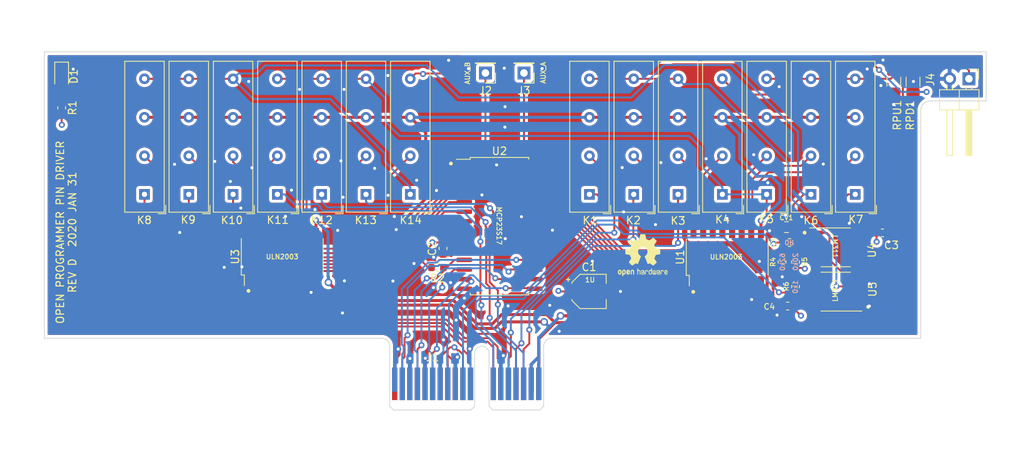
<source format=kicad_pcb>
(kicad_pcb (version 20171130) (host pcbnew "(5.1.5)-3")
  (layers (0 F.Cu signal) (1 In1.Cu power) (2 In2.Cu power) (31 B.Cu signal) (34 B.Paste user) (35 F.Paste user) (36 B.SilkS user) (37 F.SilkS user) (38 B.Mask user) (39 F.Mask user) (44 Edge.Cuts user))
  (net 0 "")
  (net 1 GNDREF)
  (net 2 +3V3)
  (net 3 "Net-(D1-Pad2)")
  (net 4 /PIN)
  (net 5 "Net-(K1-Pad3)")
  (net 6 "Net-(K2-Pad3)")
  (net 7 "Net-(K3-Pad3)")
  (net 8 "Net-(K4-Pad3)")
  (net 9 "Net-(K5-Pad3)")
  (net 10 "Net-(K6-Pad3)")
  (net 11 "Net-(K7-Pad3)")
  (net 12 "Net-(K8-Pad3)")
  (net 13 "Net-(K9-Pad3)")
  (net 14 "Net-(K10-Pad3)")
  (net 15 "Net-(K11-Pad3)")
  (net 16 "Net-(K12-Pad3)")
  (net 17 "Net-(K13-Pad3)")
  (net 18 "Net-(K14-Pad3)")
  (net 19 VS)
  (net 20 VD)
  (net 21 /IN)
  (net 22 /VR-)
  (net 23 /V+3)
  (net 24 /V+2)
  (net 25 /V+1)
  (net 26 /OUT)
  (net 27 /SI)
  (net 28 /SCK)
  (net 29 /~CS)
  (net 30 /~RST)
  (net 31 /V-3)
  (net 32 /V-2)
  (net 33 /VR+)
  (net 34 /VT3)
  (net 35 /VT2)
  (net 36 /VT1)
  (net 37 /V-1)
  (net 38 /S0)
  (net 39 /S1)
  (net 40 /S2)
  (net 41 /PU)
  (net 42 /SIG_OUT)
  (net 43 /VT)
  (net 44 /PD)
  (net 45 /PinRelays1/D7)
  (net 46 /PinRelays1/D6)
  (net 47 /PinRelays1/D5)
  (net 48 /PinRelays1/D4)
  (net 49 /PinRelays1/D3)
  (net 50 /PinRelays1/D2)
  (net 51 /PinRelays1/D1)
  (net 52 /AUX_A)
  (net 53 "Net-(U2-Pad20)")
  (net 54 "Net-(U2-Pad19)")
  (net 55 "Net-(U2-Pad14)")
  (net 56 /PinRelays1/D15)
  (net 57 /PinRelays1/D14)
  (net 58 /PinRelays1/D13)
  (net 59 /PinRelays1/D12)
  (net 60 /PinRelays1/D11)
  (net 61 /PinRelays1/D10)
  (net 62 /PinRelays1/D9)
  (net 63 /AUX_B)
  (net 64 /Interface/IN+)
  (net 65 /Interface/IN-)
  (net 66 "Net-(U4-Pad5)")
  (net 67 "Net-(U5-Pad5)")
  (module Symbol:OSHW-Logo2_7.3x6mm_SilkScreen (layer F.Cu) (at 129.7178 145.9484)
    (fp_text reference REF** hide)
    (fp_text value OSHW-Logo2_7.3x6mm_SilkScreen hide)
  )
  (module Package_SO:SO-8_3.9x4.9mm_P1.27mm (layer F.Cu) (at 155.159 150.749 180)
    (fp_text reference U5 (at -4.861 0.3048 90) (layer F.SilkS))
    (fp_text value LM311)
    (pad 8 smd roundrect (at 2.575 -1.905 180) (size 1.75 0.6) (layers F.Cu F.Paste F.Mask) (net 2 +3V3))
    (pad 7 smd roundrect (at 2.575 -0.635 180) (size 1.75 0.6) (layers F.Cu F.Paste F.Mask) (net 21 /IN))
    (pad 6 smd roundrect (at 2.575 0.635 180) (size 1.75 0.6) (layers F.Cu F.Paste F.Mask) (net 67 "Net-(U5-Pad5)"))
    (pad 5 smd roundrect (at 2.575 1.905 180) (size 1.75 0.6) (layers F.Cu F.Paste F.Mask) (net 67 "Net-(U5-Pad5)"))
    (pad 4 smd roundrect (at -2.575 1.905 180) (size 1.75 0.6) (layers F.Cu F.Paste F.Mask) (net 19 VS))
    (pad 3 smd roundrect (at -2.575 0.635 180) (size 1.75 0.6) (layers F.Cu F.Paste F.Mask) (net 43 /VT))
    (pad 2 smd roundrect (at -2.575 -0.635 180) (size 1.75 0.6) (layers F.Cu F.Paste F.Mask) (net 4 /PIN))
    (pad 1 smd roundrect (at -2.575 -1.905 180) (size 1.75 0.6) (layers F.Cu F.Paste F.Mask) (net 1 GNDREF))
  )
  (module Package_SO:SO-8_3.9x4.9mm_P1.27mm (layer F.Cu) (at 155.159 144.907)
    (fp_text reference U4 (at 4.7848 0.381 90) (layer F.SilkS))
    (fp_text value LM311)
    (pad 8 smd roundrect (at 2.575 -1.905) (size 1.75 0.6) (layers F.Cu F.Paste F.Mask) (net 2 +3V3))
    (pad 7 smd roundrect (at 2.575 -0.635) (size 1.75 0.6) (layers F.Cu F.Paste F.Mask) (net 42 /SIG_OUT))
    (pad 6 smd roundrect (at 2.575 0.635) (size 1.75 0.6) (layers F.Cu F.Paste F.Mask) (net 66 "Net-(U4-Pad5)"))
    (pad 5 smd roundrect (at 2.575 1.905) (size 1.75 0.6) (layers F.Cu F.Paste F.Mask) (net 66 "Net-(U4-Pad5)"))
    (pad 4 smd roundrect (at -2.575 1.905) (size 1.75 0.6) (layers F.Cu F.Paste F.Mask) (net 19 VS))
    (pad 3 smd roundrect (at -2.575 0.635) (size 1.75 0.6) (layers F.Cu F.Paste F.Mask) (net 65 /Interface/IN-))
    (pad 2 smd roundrect (at -2.575 -0.635) (size 1.75 0.6) (layers F.Cu F.Paste F.Mask) (net 64 /Interface/IN+))
    (pad 1 smd roundrect (at -2.575 -1.905) (size 1.75 0.6) (layers F.Cu F.Paste F.Mask) (net 19 VS))
  )
  (module Resistor_SMD:R_1206_3216Metric (layer F.Cu) (at 162.814 123.066 90)
    (fp_text reference RPU1 (at -4.4166 0.4572 90) (layer F.SilkS))
    (fp_text value 10K)
    (pad 2 smd roundrect (at 1.4 0 90) (size 1.25 1.75) (layers F.Cu F.Paste F.Mask) (roundrect_rratio 0.2) (net 4 /PIN))
    (pad 1 smd roundrect (at -1.4 0 90) (size 1.25 1.75) (layers F.Cu F.Paste F.Mask) (roundrect_rratio 0.2) (net 41 /PU))
  )
  (module Resistor_SMD:R_1206_3216Metric (layer F.Cu) (at 165.354 123.066 270)
    (fp_text reference RPD1 (at 4.442 0.381 90) (layer F.SilkS))
    (fp_text value 10K)
    (pad 2 smd roundrect (at 1.4 0 270) (size 1.25 1.75) (layers F.Cu F.Paste F.Mask) (roundrect_rratio 0.2) (net 44 /PD))
    (pad 1 smd roundrect (at -1.4 0 270) (size 1.25 1.75) (layers F.Cu F.Paste F.Mask) (roundrect_rratio 0.2) (net 4 /PIN))
  )
  (module Resistor_SMD:R_0603_1608Metric (layer F.Cu) (at 149.86 150.0885 270)
    (fp_text reference R6 (at -0.0253 1.2446 90) (layer F.SilkS) (effects (font (size 0.635 0.635) (thickness 0.12446))))
    (fp_text value 1K0)
    (pad 2 smd roundrect (at 0.7875 0 270) (size 0.875 0.95) (layers F.Cu F.Paste F.Mask) (net 21 /IN))
    (pad 1 smd roundrect (at -0.7875 0 270) (size 0.875 0.95) (layers F.Cu F.Paste F.Mask) (net 2 +3V3))
  )
  (module Resistor_SMD:R_0603_1608Metric (layer F.Cu) (at 148.082 146.8375 270)
    (fp_text reference R5 (at -0.0255 -2.9718 90) (layer F.SilkS) (effects (font (size 0.635 0.635) (thickness 0.12446))))
    (fp_text value 20k0)
    (pad 2 smd roundrect (at 0.7875 0 270) (size 0.875 0.95) (layers F.Cu F.Paste F.Mask) (net 1 GNDREF))
    (pad 1 smd roundrect (at -0.7875 0 270) (size 0.875 0.95) (layers F.Cu F.Paste F.Mask) (net 65 /Interface/IN-))
  )
  (module Resistor_SMD:R_0603_1608Metric (layer F.Cu) (at 149.86 146.8375 90)
    (fp_text reference R4 (at 0.0001 -2.9718 90) (layer F.SilkS) (effects (font (size 0.635 0.635) (thickness 0.12446))))
    (fp_text value 62k0)
    (pad 2 smd roundrect (at 0.7875 0 90) (size 0.875 0.95) (layers F.Cu F.Paste F.Mask) (net 65 /Interface/IN-))
    (pad 1 smd roundrect (at -0.7875 0 90) (size 0.875 0.95) (layers F.Cu F.Paste F.Mask) (net 2 +3V3))
  )
  (module Resistor_SMD:R_0603_1608Metric (layer F.Cu) (at 149.0725 144.272)
    (fp_text reference R3 (at -2.0319 0.0508 90) (layer F.SilkS) (effects (font (size 0.635 0.635) (thickness 0.12446))))
    (fp_text value 0R)
    (pad 2 smd roundrect (at 0.7875 0) (size 0.875 0.95) (layers F.Cu F.Paste F.Mask) (net 64 /Interface/IN+))
    (pad 1 smd roundrect (at -0.7875 0) (size 0.875 0.95) (layers F.Cu F.Paste F.Mask) (net 26 /OUT))
  )
  (module Resistor_SMD:R_0603_1608Metric (layer F.Cu) (at 102.6415 147.574 180)
    (fp_text reference R2 (at 0 -1.43) (layer F.SilkS))
    (fp_text value 10k)
    (pad 2 smd roundrect (at 0.7875 0 180) (size 0.875 0.95) (layers F.Cu F.Paste F.Mask) (net 2 +3V3))
    (pad 1 smd roundrect (at -0.7875 0 180) (size 0.875 0.95) (layers F.Cu F.Paste F.Mask) (net 29 /~CS))
  )
  (module Connector_PinHeader_2.54mm:PinHeader_1x02_P2.54mm_Horizontal (layer F.Cu) (at 172.72 122.682 270)
    (fp_text reference J4 (at 0.1016 5.08 90) (layer F.SilkS))
    (fp_text value PIN)
    (pad 2 thru_hole oval (at 0 2.54 270) (size 1.7 1.7) (drill 1) (layers *.Cu *.Mask) (net 1 GNDREF))
    (pad 1 thru_hole rect (at 0 0 270) (size 1.7 1.7) (drill 1) (layers *.Cu *.Mask) (net 4 /PIN))
  )
  (module Connector_PinHeader_2.54mm:PinHeader_1x01_P2.54mm_Vertical (layer F.Cu) (at 114.046 121.92 180)
    (fp_text reference J3 (at 0 -2.33) (layer F.SilkS))
    (fp_text value AUX_A)
    (pad 1 thru_hole rect (at 0 0 180) (size 1.7 1.7) (drill 1) (layers *.Cu *.Mask) (net 52 /AUX_A))
  )
  (module Connector_PinHeader_2.54mm:PinHeader_1x01_P2.54mm_Vertical (layer F.Cu) (at 108.966 121.92 180)
    (fp_text reference J2 (at 0 -2.33) (layer F.SilkS))
    (fp_text value AUX_B)
    (pad 1 thru_hole rect (at 0 0 180) (size 1.7 1.7) (drill 1) (layers *.Cu *.Mask) (net 63 /AUX_B))
  )
  (module Capacitor_SMD:C_0805_2012Metric (layer F.Cu) (at 148.6685 142.24)
    (fp_text reference CV1 (at -0.0277 -1.2446) (layer F.SilkS) (effects (font (size 0.635 0.635) (thickness 0.12446))))
    (fp_text value "100n 63V")
    (pad 2 smd roundrect (at 0.9375 0) (size 0.975 1.4) (layers F.Cu F.Paste F.Mask) (net 19 VS))
    (pad 1 smd roundrect (at -0.9375 0) (size 0.975 1.4) (layers F.Cu F.Paste F.Mask) (net 20 VD))
  )
  (module Capacitor_SMD:CP_Elec_4x5.4 (layer F.Cu) (at 122.6346 150.7236)
    (fp_text reference C1 (at 0 -3.2) (layer F.SilkS))
    (fp_text value 1u)
    (pad 2 smd roundrect (at 1.8 0) (size 2.6 1.6) (layers F.Cu F.Paste F.Mask) (roundrect_rratio 0.15625) (net 1 GNDREF))
    (pad 1 smd roundrect (at -1.8 0) (size 2.6 1.6) (layers F.Cu F.Paste F.Mask) (roundrect_rratio 0.15625) (net 2 +3V3))
  )
  (module Package_SO:SOP-16_4.4x10.4mm_P1.27mm (layer F.Cu) (at 82.174 146.152 90)
    (fp_text reference U3 (at 0 -6.2 90) (layer F.SilkS))
    (fp_text value ULN2003A)
    (pad 16 smd rect (at 3.15 -4.45 90) (size 1.3 0.8) (layers F.Cu F.Paste F.Mask) (net 12 "Net-(K8-Pad3)"))
    (pad 15 smd rect (at 3.15 -3.17 90) (size 1.3 0.8) (layers F.Cu F.Paste F.Mask) (net 13 "Net-(K9-Pad3)"))
    (pad 14 smd rect (at 3.15 -1.91 90) (size 1.3 0.8) (layers F.Cu F.Paste F.Mask) (net 14 "Net-(K10-Pad3)"))
    (pad 13 smd rect (at 3.15 -0.64 90) (size 1.3 0.8) (layers F.Cu F.Paste F.Mask) (net 15 "Net-(K11-Pad3)"))
    (pad 12 smd rect (at 3.15 0.64 90) (size 1.3 0.8) (layers F.Cu F.Paste F.Mask) (net 16 "Net-(K12-Pad3)"))
    (pad 11 smd rect (at 3.15 1.91 90) (size 1.3 0.8) (layers F.Cu F.Paste F.Mask) (net 17 "Net-(K13-Pad3)"))
    (pad 10 smd rect (at 3.15 3.17 90) (size 1.3 0.8) (layers F.Cu F.Paste F.Mask) (net 18 "Net-(K14-Pad3)"))
    (pad 9 smd rect (at 3.15 4.45 90) (size 1.3 0.8) (layers F.Cu F.Paste F.Mask) (net 33 /VR+))
    (pad 8 smd rect (at -3.15 4.45 90) (size 1.3 0.8) (layers F.Cu F.Paste F.Mask) (net 22 /VR-))
    (pad 7 smd rect (at -3.15 3.17 90) (size 1.3 0.8) (layers F.Cu F.Paste F.Mask) (net 56 /PinRelays1/D15))
    (pad 6 smd rect (at -3.15 1.91 90) (size 1.3 0.8) (layers F.Cu F.Paste F.Mask) (net 57 /PinRelays1/D14))
    (pad 5 smd rect (at -3.15 0.64 90) (size 1.3 0.8) (layers F.Cu F.Paste F.Mask) (net 58 /PinRelays1/D13))
    (pad 4 smd rect (at -3.15 -0.64 90) (size 1.3 0.8) (layers F.Cu F.Paste F.Mask) (net 59 /PinRelays1/D12))
    (pad 3 smd rect (at -3.15 -1.91 90) (size 1.3 0.8) (layers F.Cu F.Paste F.Mask) (net 60 /PinRelays1/D11))
    (pad 2 smd rect (at -3.15 -3.17 90) (size 1.3 0.8) (layers F.Cu F.Paste F.Mask) (net 61 /PinRelays1/D10))
    (pad 1 smd rect (at -3.15 -4.45 90) (size 1.3 0.8) (layers F.Cu F.Paste F.Mask) (net 62 /PinRelays1/D9))
  )
  (module Package_SO:SOIC-28W_7.5x17.9mm_P1.27mm (layer F.Cu) (at 110.822 142.113)
    (fp_text reference U2 (at 0 -9.9) (layer F.SilkS))
    (fp_text value MCP23S17_SO)
    (pad 28 smd roundrect (at 4.65 -8.255) (size 2.05 0.6) (layers F.Cu F.Paste F.Mask) (net 45 /PinRelays1/D7))
    (pad 27 smd roundrect (at 4.65 -6.985) (size 2.05 0.6) (layers F.Cu F.Paste F.Mask) (net 46 /PinRelays1/D6))
    (pad 26 smd roundrect (at 4.65 -5.715) (size 2.05 0.6) (layers F.Cu F.Paste F.Mask) (net 47 /PinRelays1/D5))
    (pad 25 smd roundrect (at 4.65 -4.445) (size 2.05 0.6) (layers F.Cu F.Paste F.Mask) (net 48 /PinRelays1/D4))
    (pad 24 smd roundrect (at 4.65 -3.175) (size 2.05 0.6) (layers F.Cu F.Paste F.Mask) (net 49 /PinRelays1/D3))
    (pad 23 smd roundrect (at 4.65 -1.905) (size 2.05 0.6) (layers F.Cu F.Paste F.Mask) (net 50 /PinRelays1/D2))
    (pad 22 smd roundrect (at 4.65 -0.635) (size 2.05 0.6) (layers F.Cu F.Paste F.Mask) (net 51 /PinRelays1/D1))
    (pad 21 smd roundrect (at 4.65 0.635) (size 2.05 0.6) (layers F.Cu F.Paste F.Mask) (net 52 /AUX_A))
    (pad 20 smd roundrect (at 4.65 1.905) (size 2.05 0.6) (layers F.Cu F.Paste F.Mask) (net 53 "Net-(U2-Pad20)"))
    (pad 19 smd roundrect (at 4.65 3.175) (size 2.05 0.6) (layers F.Cu F.Paste F.Mask) (net 54 "Net-(U2-Pad19)"))
    (pad 18 smd roundrect (at 4.65 4.445) (size 2.05 0.6) (layers F.Cu F.Paste F.Mask) (net 30 /~RST))
    (pad 17 smd roundrect (at 4.65 5.715) (size 2.05 0.6) (layers F.Cu F.Paste F.Mask) (net 40 /S2))
    (pad 16 smd roundrect (at 4.65 6.985) (size 2.05 0.6) (layers F.Cu F.Paste F.Mask) (net 39 /S1))
    (pad 15 smd roundrect (at 4.65 8.255) (size 2.05 0.6) (layers F.Cu F.Paste F.Mask) (net 38 /S0))
    (pad 14 smd roundrect (at -4.65 8.255) (size 2.05 0.6) (layers F.Cu F.Paste F.Mask) (net 55 "Net-(U2-Pad14)"))
    (pad 13 smd roundrect (at -4.65 6.985) (size 2.05 0.6) (layers F.Cu F.Paste F.Mask) (net 27 /SI))
    (pad 12 smd roundrect (at -4.65 5.715) (size 2.05 0.6) (layers F.Cu F.Paste F.Mask) (net 28 /SCK))
    (pad 11 smd roundrect (at -4.65 4.445) (size 2.05 0.6) (layers F.Cu F.Paste F.Mask) (net 29 /~CS))
    (pad 10 smd roundrect (at -4.65 3.175) (size 2.05 0.6) (layers F.Cu F.Paste F.Mask) (net 1 GNDREF))
    (pad 9 smd roundrect (at -4.65 1.905) (size 2.05 0.6) (layers F.Cu F.Paste F.Mask) (net 2 +3V3))
    (pad 8 smd roundrect (at -4.65 0.635) (size 2.05 0.6) (layers F.Cu F.Paste F.Mask) (net 56 /PinRelays1/D15))
    (pad 7 smd roundrect (at -4.65 -0.635) (size 2.05 0.6) (layers F.Cu F.Paste F.Mask) (net 57 /PinRelays1/D14))
    (pad 6 smd roundrect (at -4.65 -1.905) (size 2.05 0.6) (layers F.Cu F.Paste F.Mask) (net 58 /PinRelays1/D13))
    (pad 5 smd roundrect (at -4.65 -3.175) (size 2.05 0.6) (layers F.Cu F.Paste F.Mask) (net 59 /PinRelays1/D12))
    (pad 4 smd roundrect (at -4.65 -4.445) (size 2.05 0.6) (layers F.Cu F.Paste F.Mask) (net 60 /PinRelays1/D11))
    (pad 3 smd roundrect (at -4.65 -5.715) (size 2.05 0.6) (layers F.Cu F.Paste F.Mask) (net 61 /PinRelays1/D10))
    (pad 2 smd roundrect (at -4.65 -6.985) (size 2.05 0.6) (layers F.Cu F.Paste F.Mask) (net 62 /PinRelays1/D9))
    (pad 1 smd roundrect (at -4.65 -8.255) (size 2.05 0.6) (layers F.Cu F.Paste F.Mask) (net 63 /AUX_B))
  )
  (module Package_SO:SOP-16_4.4x10.4mm_P1.27mm (layer F.Cu) (at 140.848 146.202 90)
    (fp_text reference U1 (at 0 -6.2 90) (layer F.SilkS))
    (fp_text value ULN2003A)
    (pad 16 smd rect (at 3.15 -4.45 90) (size 1.3 0.8) (layers F.Cu F.Paste F.Mask) (net 5 "Net-(K1-Pad3)"))
    (pad 15 smd rect (at 3.15 -3.17 90) (size 1.3 0.8) (layers F.Cu F.Paste F.Mask) (net 6 "Net-(K2-Pad3)"))
    (pad 14 smd rect (at 3.15 -1.91 90) (size 1.3 0.8) (layers F.Cu F.Paste F.Mask) (net 7 "Net-(K3-Pad3)"))
    (pad 13 smd rect (at 3.15 -0.64 90) (size 1.3 0.8) (layers F.Cu F.Paste F.Mask) (net 8 "Net-(K4-Pad3)"))
    (pad 12 smd rect (at 3.15 0.64 90) (size 1.3 0.8) (layers F.Cu F.Paste F.Mask) (net 9 "Net-(K5-Pad3)"))
    (pad 11 smd rect (at 3.15 1.91 90) (size 1.3 0.8) (layers F.Cu F.Paste F.Mask) (net 10 "Net-(K6-Pad3)"))
    (pad 10 smd rect (at 3.15 3.17 90) (size 1.3 0.8) (layers F.Cu F.Paste F.Mask) (net 11 "Net-(K7-Pad3)"))
    (pad 9 smd rect (at 3.15 4.45 90) (size 1.3 0.8) (layers F.Cu F.Paste F.Mask) (net 33 /VR+))
    (pad 8 smd rect (at -3.15 4.45 90) (size 1.3 0.8) (layers F.Cu F.Paste F.Mask) (net 22 /VR-))
    (pad 7 smd rect (at -3.15 3.17 90) (size 1.3 0.8) (layers F.Cu F.Paste F.Mask) (net 45 /PinRelays1/D7))
    (pad 6 smd rect (at -3.15 1.91 90) (size 1.3 0.8) (layers F.Cu F.Paste F.Mask) (net 46 /PinRelays1/D6))
    (pad 5 smd rect (at -3.15 0.64 90) (size 1.3 0.8) (layers F.Cu F.Paste F.Mask) (net 47 /PinRelays1/D5))
    (pad 4 smd rect (at -3.15 -0.64 90) (size 1.3 0.8) (layers F.Cu F.Paste F.Mask) (net 48 /PinRelays1/D4))
    (pad 3 smd rect (at -3.15 -1.91 90) (size 1.3 0.8) (layers F.Cu F.Paste F.Mask) (net 49 /PinRelays1/D3))
    (pad 2 smd rect (at -3.15 -3.17 90) (size 1.3 0.8) (layers F.Cu F.Paste F.Mask) (net 50 /PinRelays1/D2))
    (pad 1 smd rect (at -3.15 -4.45 90) (size 1.3 0.8) (layers F.Cu F.Paste F.Mask) (net 51 /PinRelays1/D1))
  )
  (module Resistor_SMD:R_0603_1608Metric (layer F.Cu) (at 53.086 126.5175 270)
    (fp_text reference R1 (at 0 -1.43 90) (layer F.SilkS))
    (fp_text value 1k)
    (pad 2 smd roundrect (at 0.7875 0 270) (size 0.875 0.95) (layers F.Cu F.Paste F.Mask) (net 2 +3V3))
    (pad 1 smd roundrect (at -0.7875 0 270) (size 0.875 0.95) (layers F.Cu F.Paste F.Mask) (net 3 "Net-(D1-Pad2)"))
  )
  (module Relay_THT:Relay_SPST_StandexMeder_SIL_Form1A (layer F.Cu) (at 99.06 137.922 90)
    (fp_text reference K14 (at -3.4036 0.0508 180) (layer F.SilkS))
    (fp_text value SIP-1A05)
    (pad 1 thru_hole rect (at 0 0 90) (size 1.4 1.4) (drill 0.7) (layers *.Cu *.Mask) (net 19 VS))
    (pad 3 thru_hole circle (at 5.08 0 90) (size 1.4 1.4) (drill 0.7) (layers *.Cu *.Mask) (net 18 "Net-(K14-Pad3)"))
    (pad 5 thru_hole circle (at 10.16 0 90) (size 1.4 1.4) (drill 0.7) (layers *.Cu *.Mask) (net 33 /VR+))
    (pad 7 thru_hole circle (at 15.24 0 90) (size 1.4 1.4) (drill 0.7) (layers *.Cu *.Mask) (net 44 /PD))
  )
  (module Relay_THT:Relay_SPST_StandexMeder_SIL_Form1A (layer F.Cu) (at 93.218 137.922 90)
    (fp_text reference K13 (at -3.4036 -0.0254 180) (layer F.SilkS))
    (fp_text value SIP-1A05)
    (pad 1 thru_hole rect (at 0 0 90) (size 1.4 1.4) (drill 0.7) (layers *.Cu *.Mask) (net 23 /V+3))
    (pad 3 thru_hole circle (at 5.08 0 90) (size 1.4 1.4) (drill 0.7) (layers *.Cu *.Mask) (net 17 "Net-(K13-Pad3)"))
    (pad 5 thru_hole circle (at 10.16 0 90) (size 1.4 1.4) (drill 0.7) (layers *.Cu *.Mask) (net 33 /VR+))
    (pad 7 thru_hole circle (at 15.24 0 90) (size 1.4 1.4) (drill 0.7) (layers *.Cu *.Mask) (net 20 VD))
  )
  (module Relay_THT:Relay_SPST_StandexMeder_SIL_Form1A (layer F.Cu) (at 87.376 137.922 90)
    (fp_text reference K12 (at -3.4036 0 180) (layer F.SilkS))
    (fp_text value SIP-1A05)
    (pad 1 thru_hole rect (at 0 0 90) (size 1.4 1.4) (drill 0.7) (layers *.Cu *.Mask) (net 24 /V+2))
    (pad 3 thru_hole circle (at 5.08 0 90) (size 1.4 1.4) (drill 0.7) (layers *.Cu *.Mask) (net 16 "Net-(K12-Pad3)"))
    (pad 5 thru_hole circle (at 10.16 0 90) (size 1.4 1.4) (drill 0.7) (layers *.Cu *.Mask) (net 33 /VR+))
    (pad 7 thru_hole circle (at 15.24 0 90) (size 1.4 1.4) (drill 0.7) (layers *.Cu *.Mask) (net 20 VD))
  )
  (module Relay_THT:Relay_SPST_StandexMeder_SIL_Form1A (layer F.Cu) (at 81.534 137.922 90)
    (fp_text reference K11 (at -3.3782 0.0508 180) (layer F.SilkS))
    (fp_text value SIP-1A05)
    (pad 1 thru_hole rect (at 0 0 90) (size 1.4 1.4) (drill 0.7) (layers *.Cu *.Mask) (net 25 /V+1))
    (pad 3 thru_hole circle (at 5.08 0 90) (size 1.4 1.4) (drill 0.7) (layers *.Cu *.Mask) (net 15 "Net-(K11-Pad3)"))
    (pad 5 thru_hole circle (at 10.16 0 90) (size 1.4 1.4) (drill 0.7) (layers *.Cu *.Mask) (net 33 /VR+))
    (pad 7 thru_hole circle (at 15.24 0 90) (size 1.4 1.4) (drill 0.7) (layers *.Cu *.Mask) (net 20 VD))
  )
  (module Relay_THT:Relay_SPST_StandexMeder_SIL_Form1A (layer F.Cu) (at 75.692 137.922 90)
    (fp_text reference K10 (at -3.4036 -0.1524 180) (layer F.SilkS))
    (fp_text value SIP-1A05)
    (pad 1 thru_hole rect (at 0 0 90) (size 1.4 1.4) (drill 0.7) (layers *.Cu *.Mask) (net 31 /V-3))
    (pad 3 thru_hole circle (at 5.08 0 90) (size 1.4 1.4) (drill 0.7) (layers *.Cu *.Mask) (net 14 "Net-(K10-Pad3)"))
    (pad 5 thru_hole circle (at 10.16 0 90) (size 1.4 1.4) (drill 0.7) (layers *.Cu *.Mask) (net 33 /VR+))
    (pad 7 thru_hole circle (at 15.24 0 90) (size 1.4 1.4) (drill 0.7) (layers *.Cu *.Mask) (net 19 VS))
  )
  (module Relay_THT:Relay_SPST_StandexMeder_SIL_Form1A (layer F.Cu) (at 69.85 137.922 90)
    (fp_text reference K9 (at -3.3528 -0.0762 180) (layer F.SilkS))
    (fp_text value SIP-1A05)
    (pad 1 thru_hole rect (at 0 0 90) (size 1.4 1.4) (drill 0.7) (layers *.Cu *.Mask) (net 32 /V-2))
    (pad 3 thru_hole circle (at 5.08 0 90) (size 1.4 1.4) (drill 0.7) (layers *.Cu *.Mask) (net 13 "Net-(K9-Pad3)"))
    (pad 5 thru_hole circle (at 10.16 0 90) (size 1.4 1.4) (drill 0.7) (layers *.Cu *.Mask) (net 33 /VR+))
    (pad 7 thru_hole circle (at 15.24 0 90) (size 1.4 1.4) (drill 0.7) (layers *.Cu *.Mask) (net 19 VS))
  )
  (module Relay_THT:Relay_SPST_StandexMeder_SIL_Form1A (layer F.Cu) (at 64.008 137.922 90)
    (fp_text reference K8 (at -3.4036 -0.0254 180) (layer F.SilkS))
    (fp_text value SIP-1A05)
    (pad 1 thru_hole rect (at 0 0 90) (size 1.4 1.4) (drill 0.7) (layers *.Cu *.Mask) (net 37 /V-1))
    (pad 3 thru_hole circle (at 5.08 0 90) (size 1.4 1.4) (drill 0.7) (layers *.Cu *.Mask) (net 12 "Net-(K8-Pad3)"))
    (pad 5 thru_hole circle (at 10.16 0 90) (size 1.4 1.4) (drill 0.7) (layers *.Cu *.Mask) (net 33 /VR+))
    (pad 7 thru_hole circle (at 15.24 0 90) (size 1.4 1.4) (drill 0.7) (layers *.Cu *.Mask) (net 19 VS))
  )
  (module Relay_THT:Relay_SPST_StandexMeder_SIL_Form1A (layer F.Cu) (at 157.734 137.922 90)
    (fp_text reference K7 (at -3.302 0.0762 180) (layer F.SilkS))
    (fp_text value SIP-1A05)
    (pad 1 thru_hole rect (at 0 0 90) (size 1.4 1.4) (drill 0.7) (layers *.Cu *.Mask) (net 42 /SIG_OUT))
    (pad 3 thru_hole circle (at 5.08 0 90) (size 1.4 1.4) (drill 0.7) (layers *.Cu *.Mask) (net 11 "Net-(K7-Pad3)"))
    (pad 5 thru_hole circle (at 10.16 0 90) (size 1.4 1.4) (drill 0.7) (layers *.Cu *.Mask) (net 33 /VR+))
    (pad 7 thru_hole circle (at 15.24 0 90) (size 1.4 1.4) (drill 0.7) (layers *.Cu *.Mask) (net 4 /PIN))
  )
  (module Relay_THT:Relay_SPST_StandexMeder_SIL_Form1A (layer F.Cu) (at 151.892 137.922 90)
    (fp_text reference K6 (at -3.429 0 180) (layer F.SilkS))
    (fp_text value SIP-1A05)
    (pad 1 thru_hole rect (at 0 0 90) (size 1.4 1.4) (drill 0.7) (layers *.Cu *.Mask) (net 19 VS))
    (pad 3 thru_hole circle (at 5.08 0 90) (size 1.4 1.4) (drill 0.7) (layers *.Cu *.Mask) (net 10 "Net-(K6-Pad3)"))
    (pad 5 thru_hole circle (at 10.16 0 90) (size 1.4 1.4) (drill 0.7) (layers *.Cu *.Mask) (net 33 /VR+))
    (pad 7 thru_hole circle (at 15.24 0 90) (size 1.4 1.4) (drill 0.7) (layers *.Cu *.Mask) (net 4 /PIN))
  )
  (module Relay_THT:Relay_SPST_StandexMeder_SIL_Form1A (layer F.Cu) (at 146.05 137.922 90)
    (fp_text reference K5 (at -3.2766 -0.0254 180) (layer F.SilkS))
    (fp_text value SIP-1A05)
    (pad 1 thru_hole rect (at 0 0 90) (size 1.4 1.4) (drill 0.7) (layers *.Cu *.Mask) (net 20 VD))
    (pad 3 thru_hole circle (at 5.08 0 90) (size 1.4 1.4) (drill 0.7) (layers *.Cu *.Mask) (net 9 "Net-(K5-Pad3)"))
    (pad 5 thru_hole circle (at 10.16 0 90) (size 1.4 1.4) (drill 0.7) (layers *.Cu *.Mask) (net 33 /VR+))
    (pad 7 thru_hole circle (at 15.24 0 90) (size 1.4 1.4) (drill 0.7) (layers *.Cu *.Mask) (net 4 /PIN))
  )
  (module Relay_THT:Relay_SPST_StandexMeder_SIL_Form1A (layer F.Cu) (at 140.208 137.922 90)
    (fp_text reference K4 (at -3.3274 0.0254 180) (layer F.SilkS))
    (fp_text value SIP-1A05)
    (pad 1 thru_hole rect (at 0 0 90) (size 1.4 1.4) (drill 0.7) (layers *.Cu *.Mask) (net 20 VD))
    (pad 3 thru_hole circle (at 5.08 0 90) (size 1.4 1.4) (drill 0.7) (layers *.Cu *.Mask) (net 8 "Net-(K4-Pad3)"))
    (pad 5 thru_hole circle (at 10.16 0 90) (size 1.4 1.4) (drill 0.7) (layers *.Cu *.Mask) (net 33 /VR+))
    (pad 7 thru_hole circle (at 15.24 0 90) (size 1.4 1.4) (drill 0.7) (layers *.Cu *.Mask) (net 41 /PU))
  )
  (module Relay_THT:Relay_SPST_StandexMeder_SIL_Form1A (layer F.Cu) (at 134.366 137.922 90)
    (fp_text reference K3 (at -3.4798 0 180) (layer F.SilkS))
    (fp_text value SIP-1A05)
    (pad 1 thru_hole rect (at 0 0 90) (size 1.4 1.4) (drill 0.7) (layers *.Cu *.Mask) (net 34 /VT3))
    (pad 3 thru_hole circle (at 5.08 0 90) (size 1.4 1.4) (drill 0.7) (layers *.Cu *.Mask) (net 7 "Net-(K3-Pad3)"))
    (pad 5 thru_hole circle (at 10.16 0 90) (size 1.4 1.4) (drill 0.7) (layers *.Cu *.Mask) (net 33 /VR+))
    (pad 7 thru_hole circle (at 15.24 0 90) (size 1.4 1.4) (drill 0.7) (layers *.Cu *.Mask) (net 43 /VT))
  )
  (module Relay_THT:Relay_SPST_StandexMeder_SIL_Form1A (layer F.Cu) (at 128.524 137.922 90)
    (fp_text reference K2 (at -3.429 -0.0508 180) (layer F.SilkS))
    (fp_text value SIP-1A05)
    (pad 1 thru_hole rect (at 0 0 90) (size 1.4 1.4) (drill 0.7) (layers *.Cu *.Mask) (net 35 /VT2))
    (pad 3 thru_hole circle (at 5.08 0 90) (size 1.4 1.4) (drill 0.7) (layers *.Cu *.Mask) (net 6 "Net-(K2-Pad3)"))
    (pad 5 thru_hole circle (at 10.16 0 90) (size 1.4 1.4) (drill 0.7) (layers *.Cu *.Mask) (net 33 /VR+))
    (pad 7 thru_hole circle (at 15.24 0 90) (size 1.4 1.4) (drill 0.7) (layers *.Cu *.Mask) (net 43 /VT))
  )
  (module Relay_THT:Relay_SPST_StandexMeder_SIL_Form1A (layer F.Cu) (at 122.682 137.922 90)
    (fp_text reference K1 (at -3.429 0.0762 180) (layer F.SilkS))
    (fp_text value SIP-1A05)
    (pad 1 thru_hole rect (at 0 0 90) (size 1.4 1.4) (drill 0.7) (layers *.Cu *.Mask) (net 36 /VT1))
    (pad 3 thru_hole circle (at 5.08 0 90) (size 1.4 1.4) (drill 0.7) (layers *.Cu *.Mask) (net 5 "Net-(K1-Pad3)"))
    (pad 5 thru_hole circle (at 10.16 0 90) (size 1.4 1.4) (drill 0.7) (layers *.Cu *.Mask) (net 33 /VR+))
    (pad 7 thru_hole circle (at 15.24 0 90) (size 1.4 1.4) (drill 0.7) (layers *.Cu *.Mask) (net 43 /VT))
  )
  (module LED_SMD:LED_0805_2012Metric_Castellated (layer F.Cu) (at 53.086 122.3745 270)
    (fp_text reference D1 (at 0 -1.6 90) (layer F.SilkS))
    (fp_text value LED_PWR)
    (pad 2 smd roundrect (at 0.9625 0 270) (size 1.325 1.3) (layers F.Cu F.Paste F.Mask) (roundrect_rratio 0.192308) (net 3 "Net-(D1-Pad2)"))
    (pad 1 smd roundrect (at -0.9625 0 270) (size 1.325 1.3) (layers F.Cu F.Paste F.Mask) (roundrect_rratio 0.192308) (net 1 GNDREF))
  )
  (module Capacitor_SMD:C_0603_1608Metric (layer F.Cu) (at 148.8185 152.654 180)
    (fp_text reference C4 (at 2.4129 -0.0762) (layer F.SilkS) (effects (font (size 0.762 0.762) (thickness 0.127))))
    (fp_text value 100n)
    (pad 2 smd roundrect (at 0.7875 0 180) (size 0.875 0.95) (layers F.Cu F.Paste F.Mask) (net 1 GNDREF))
    (pad 1 smd roundrect (at -0.7875 0 180) (size 0.875 0.95) (layers F.Cu F.Paste F.Mask) (net 2 +3V3))
  )
  (module Capacitor_SMD:C_0603_1608Metric (layer F.Cu) (at 161.3155 143.002)
    (fp_text reference C3 (at 1.1937 1.6256) (layer F.SilkS))
    (fp_text value 100n)
    (pad 2 smd roundrect (at 0.7875 0) (size 0.875 0.95) (layers F.Cu F.Paste F.Mask) (net 1 GNDREF))
    (pad 1 smd roundrect (at -0.7875 0) (size 0.875 0.95) (layers F.Cu F.Paste F.Mask) (net 2 +3V3))
  )
  (module Capacitor_SMD:C_0603_1608Metric (layer F.Cu) (at 103.378 145.0595 90)
    (fp_text reference C2 (at 0 -1.43 90) (layer F.SilkS))
    (fp_text value 100n)
    (pad 2 smd roundrect (at 0.7875 0 90) (size 0.875 0.95) (layers F.Cu F.Paste F.Mask) (net 2 +3V3))
    (pad 1 smd roundrect (at -0.7875 0 90) (size 0.875 0.95) (layers F.Cu F.Paste F.Mask) (net 1 GNDREF))
  )
  (module Connector_PCBEdge:BUS_PCIexpress_x1 (layer F.Cu) (at 97 162.9)
    (fp_text reference J1 (at 5 -3.5) (layer F.SilkS))
    (fp_text value "MAIN CONN")
    (fp_arc (start 11.5 -4) (end 12.45 -4) (angle -180) (layer Edge.Cuts) (width 0.1))
    (fp_line (start 19.65 2.95) (end 19.15 3.45) (layer Edge.Cuts) (width 0.1))
    (fp_line (start 12.45 2.95) (end 12.95 3.45) (layer Edge.Cuts) (width 0.1))
    (fp_line (start 10.55 2.95) (end 10.05 3.45) (layer Edge.Cuts) (width 0.1))
    (fp_line (start -0.65 2.95) (end -0.15 3.45) (layer Edge.Cuts) (width 0.1))
    (fp_line (start 12.95 3.45) (end 19.15 3.45) (layer Edge.Cuts) (width 0.1))
    (fp_line (start 19.65 -4.95) (end 19.65 2.95) (layer Edge.Cuts) (width 0.1))
    (fp_line (start -0.15 3.45) (end 10.05 3.45) (layer Edge.Cuts) (width 0.1))
    (fp_line (start -0.65 -4.95) (end -0.65 2.95) (layer Edge.Cuts) (width 0.1))
    (fp_line (start 12.45 -4) (end 12.45 2.95) (layer Edge.Cuts) (width 0.1))
    (fp_line (start 10.55 -4) (end 10.55 2.95) (layer Edge.Cuts) (width 0.1))
    (pad A13 connect rect (at 14 0) (size 0.7 4.3) (layers B.Cu B.Mask) (net 1 GNDREF))
    (pad A12 connect rect (at 13 0) (size 0.7 4.3) (layers B.Cu B.Mask) (net 21 /IN))
    (pad A18 connect rect (at 19 0) (size 0.7 4.3) (layers B.Cu B.Mask) (net 22 /VR-))
    (pad A17 connect rect (at 18 0) (size 0.7 4.3) (layers B.Cu B.Mask) (net 22 /VR-))
    (pad A16 connect rect (at 17 0) (size 0.7 4.3) (layers B.Cu B.Mask) (net 23 /V+3))
    (pad A15 connect rect (at 16 0) (size 0.7 4.3) (layers B.Cu B.Mask) (net 24 /V+2))
    (pad A14 connect rect (at 15 0) (size 0.7 4.3) (layers B.Cu B.Mask) (net 25 /V+1))
    (pad A11 connect rect (at 10 0) (size 0.7 4.3) (layers B.Cu B.Mask) (net 1 GNDREF))
    (pad A10 connect rect (at 9 0) (size 0.7 4.3) (layers B.Cu B.Mask) (net 26 /OUT))
    (pad A9 connect rect (at 8 0) (size 0.7 4.3) (layers B.Cu B.Mask) (net 1 GNDREF))
    (pad A8 connect rect (at 7 0) (size 0.7 4.3) (layers B.Cu B.Mask) (net 27 /SI))
    (pad A7 connect rect (at 6 0) (size 0.7 4.3) (layers B.Cu B.Mask) (net 1 GNDREF))
    (pad A6 connect rect (at 5 0) (size 0.7 4.3) (layers B.Cu B.Mask) (net 28 /SCK))
    (pad A5 connect rect (at 4 0) (size 0.7 4.3) (layers B.Cu B.Mask) (net 1 GNDREF))
    (pad A4 connect rect (at 3 0) (size 0.7 4.3) (layers B.Cu B.Mask) (net 29 /~CS))
    (pad A3 connect rect (at 2 0) (size 0.7 4.3) (layers B.Cu B.Mask) (net 1 GNDREF))
    (pad A2 connect rect (at 1 0) (size 0.7 4.3) (layers B.Cu B.Mask) (net 30 /~RST))
    (pad A1 connect rect (at 0 -0.55) (size 0.7 3.2) (layers B.Cu B.Mask) (net 1 GNDREF))
    (pad B13 connect rect (at 14 0) (size 0.7 4.3) (layers F.Cu F.Mask) (net 31 /V-3))
    (pad B12 connect rect (at 13 0) (size 0.7 4.3) (layers F.Cu F.Mask) (net 32 /V-2))
    (pad B18 connect rect (at 19 0) (size 0.7 4.3) (layers F.Cu F.Mask) (net 33 /VR+))
    (pad B17 connect rect (at 18 -0.55) (size 0.7 3.2) (layers F.Cu F.Mask) (net 33 /VR+))
    (pad B16 connect rect (at 17 0) (size 0.7 4.3) (layers F.Cu F.Mask) (net 34 /VT3))
    (pad B15 connect rect (at 16 0) (size 0.7 4.3) (layers F.Cu F.Mask) (net 35 /VT2))
    (pad B14 connect rect (at 15 0) (size 0.7 4.3) (layers F.Cu F.Mask) (net 36 /VT1))
    (pad B11 connect rect (at 10 0) (size 0.7 4.3) (layers F.Cu F.Mask) (net 37 /V-1))
    (pad B10 connect rect (at 9 0) (size 0.7 4.3) (layers F.Cu F.Mask) (net 2 +3V3))
    (pad B9 connect rect (at 8 0) (size 0.7 4.3) (layers F.Cu F.Mask) (net 2 +3V3))
    (pad B8 connect rect (at 7 0) (size 0.7 4.3) (layers F.Cu F.Mask) (net 2 +3V3))
    (pad B7 connect rect (at 6 0) (size 0.7 4.3) (layers F.Cu F.Mask) (net 2 +3V3))
    (pad B6 connect rect (at 5 0) (size 0.7 4.3) (layers F.Cu F.Mask) (net 38 /S0))
    (pad B5 connect rect (at 4 0) (size 0.7 4.3) (layers F.Cu F.Mask) (net 1 GNDREF))
    (pad B4 connect rect (at 3 0) (size 0.7 4.3) (layers F.Cu F.Mask) (net 39 /S1))
    (pad B3 connect rect (at 2 0) (size 0.7 4.3) (layers F.Cu F.Mask) (net 1 GNDREF))
    (pad B2 connect rect (at 1 0) (size 0.7 4.3) (layers F.Cu F.Mask) (net 40 /S2))
    (pad B1 connect rect (at 0 0) (size 0.7 4.3) (layers F.Cu F.Mask) (net 1 GNDREF))
  )
  (gr_text "OPEN PROGRAMMER PIN DRIVER\nREV D  2020 JAN 31" (at 53.6956 142.9258 90) (layer F.SilkS) (effects (font (size 1 1))))
  (gr_text AUX_A (at 116.586 121.8946 90) (layer F.SilkS) (effects (font (size 0.635 0.635) (thickness 0.12192))))
  (gr_text AUX_B (at 106.6038 121.9454 90) (layer F.SilkS) (effects (font (size 0.635 0.635) (thickness 0.12192))))
  (gr_text 0R (at 149.0472 144.2466 180) (layer B.SilkS) (effects (font (size 0.635 0.635) (thickness 0.12192)) (justify mirror)))
  (gr_text 1k0 (at 149.8346 150.1394 90) (layer B.SilkS) (effects (font (size 0.635 0.635) (thickness 0.12192)) (justify mirror)))
  (gr_text 20k0 (at 149.86 146.812 90) (layer B.SilkS) (effects (font (size 0.635 0.635) (thickness 0.12192)) (justify mirror)))
  (gr_text 62k0 (at 148.1328 146.8374 90) (layer B.SilkS) (effects (font (size 0.635 0.635) (thickness 0.12192)) (justify mirror)))
  (gr_text 1U (at 122.7582 149.1996) (layer F.SilkS) (effects (font (size 0.635 0.635) (thickness 0.12192))))
  (gr_text MCP23S17 (at 110.7694 142.0622 270) (layer F.SilkS) (effects (font (size 0.635 0.635) (thickness 0.12192))))
  (gr_text ULN2003 (at 82.169 146.1516) (layer F.SilkS) (effects (font (size 0.635 0.635) (thickness 0.12192))))
  (gr_text ULN2003 (at 140.716 146.177) (layer F.SilkS) (effects (font (size 0.635 0.635) (thickness 0.12192))))
  (gr_text LM311 (at 155.0924 150.5458 90) (layer F.SilkS) (effects (font (size 0.635 0.635) (thickness 0.12192))))
  (gr_text LM311 (at 155.067 144.8054 270) (layer F.SilkS) (effects (font (size 0.635 0.635) (thickness 0.12192))))
  (gr_circle (center 77.724 150.6474) (end 77.851 150.6474) (layer F.SilkS) (width 0.254))
  (gr_circle (center 104.4194 133.858) (end 104.5464 133.858) (layer F.SilkS) (width 0.254))
  (gr_circle (center 136.3726 150.7744) (end 136.4996 150.7744) (layer F.SilkS) (width 0.254))
  (gr_circle (center 151.0538 142.9766) (end 151.1808 142.9766) (layer F.SilkS) (width 0.254))
  (gr_circle (center 159.4358 152.7556) (end 159.5628 152.7556) (layer F.SilkS) (width 0.254))
  (gr_line (start 117.7 156.9) (end 166.37 156.9) (layer Edge.Cuts) (width 0.1))
  (gr_arc (start 117.7 157.95) (end 116.65 157.95) (angle 90) (layer Edge.Cuts) (width 0.1))
  (gr_line (start 95.3 156.9) (end 50.8 156.9) (layer Edge.Cuts) (width 0.1))
  (gr_arc (start 95.3 157.95) (end 96.35 157.95) (angle -90) (layer Edge.Cuts) (width 0.1))
  (gr_arc (start 167.64 126.873) (end 167.64 125.603) (angle -90) (layer Edge.Cuts) (width 0.1))
  (gr_line (start 175 125.603) (end 167.64 125.603) (layer Edge.Cuts) (width 0.1))
  (gr_line (start 175 119.126) (end 175 125.603) (layer Edge.Cuts) (width 0.1))
  (gr_line (start 166.37 119.126) (end 175 119.126) (layer Edge.Cuts) (width 0.1))
  (gr_line (start 50.8 119.126) (end 166.37 119.126) (layer Edge.Cuts) (width 0.1))
  (gr_line (start 50.8 156.9) (end 50.8 119.126) (layer Edge.Cuts) (width 0.1))
  (gr_line (start 166.37 126.873) (end 166.37 156.9) (layer Edge.Cuts) (width 0.1))
  (segment (start 103.378 145.847) (end 103.853 145.847) (width 0.25) (layer F.Cu) (net 1))
  (segment (start 104.7279 145.5129) (end 104.9528 145.288) (width 0.25) (layer F.Cu) (net 1))
  (segment (start 104.1871 145.5129) (end 104.7279 145.5129) (width 0.25) (layer F.Cu) (net 1))
  (segment (start 104.9528 145.288) (end 106.172 145.288) (width 0.25) (layer F.Cu) (net 1))
  (segment (start 103.853 145.847) (end 104.1871 145.5129) (width 0.25) (layer F.Cu) (net 1))
  (via (at 99.0092 159.5628) (size 0.8) (drill 0.4) (layers F.Cu B.Cu) (net 1))
  (segment (start 99 162.9) (end 99 159.572) (width 0.25) (layer F.Cu) (net 1))
  (segment (start 99 159.572) (end 99.0092 159.5628) (width 0.25) (layer F.Cu) (net 1))
  (segment (start 99.0092 162.8908) (end 99 162.9) (width 0.25) (layer B.Cu) (net 1))
  (segment (start 99.0092 159.5628) (end 99.0092 162.8908) (width 0.25) (layer B.Cu) (net 1))
  (segment (start 101 162.9) (end 101 159.5786) (width 0.25) (layer B.Cu) (net 1))
  (via (at 101.0412 159.5374) (size 0.8) (drill 0.4) (layers F.Cu B.Cu) (net 1))
  (segment (start 101 159.5786) (end 101.0412 159.5374) (width 0.25) (layer B.Cu) (net 1))
  (segment (start 101.0412 162.8588) (end 101 162.9) (width 0.25) (layer F.Cu) (net 1))
  (segment (start 101.0412 159.5374) (end 101.0412 162.8588) (width 0.25) (layer F.Cu) (net 1))
  (via (at 103.4288 157.099) (size 0.8) (drill 0.4) (layers F.Cu B.Cu) (net 1))
  (segment (start 107 158.383348) (end 106.904765 158.288113) (width 0.25) (layer B.Cu) (net 1))
  (via (at 105.26226 159.38034) (size 0.8) (drill 0.4) (layers F.Cu B.Cu) (net 1))
  (segment (start 105 159.6426) (end 105.26226 159.38034) (width 0.25) (layer B.Cu) (net 1))
  (segment (start 105 162.9) (end 105 159.6426) (width 0.25) (layer B.Cu) (net 1))
  (via (at 106.904765 158.288113) (size 0.8) (drill 0.4) (layers F.Cu B.Cu) (net 1))
  (segment (start 107 162.9) (end 107 158.383348) (width 0.25) (layer B.Cu) (net 1))
  (via (at 111.3282 159.1818) (size 0.8) (drill 0.4) (layers F.Cu B.Cu) (net 1))
  (segment (start 111 159.51) (end 111.3282 159.1818) (width 0.25) (layer B.Cu) (net 1))
  (segment (start 111 162.9) (end 111 159.51) (width 0.25) (layer B.Cu) (net 1))
  (via (at 54.61 121.412) (size 0.8) (drill 0.4) (layers F.Cu B.Cu) (net 1))
  (segment (start 53.086 121.412) (end 54.61 121.412) (width 0.25) (layer F.Cu) (net 1))
  (via (at 126.7714 150.7236) (size 0.8) (drill 0.4) (layers F.Cu B.Cu) (net 1))
  (segment (start 124.4346 150.7236) (end 126.7714 150.7236) (width 0.25) (layer F.Cu) (net 1))
  (via (at 147.4216 153.8478) (size 0.8) (drill 0.4) (layers F.Cu B.Cu) (net 1))
  (segment (start 148.031 152.654) (end 148.031 153.2384) (width 0.25) (layer F.Cu) (net 1))
  (segment (start 148.031 153.2384) (end 147.4216 153.8478) (width 0.25) (layer F.Cu) (net 1))
  (via (at 148.1074 148.7932) (size 0.8) (drill 0.4) (layers F.Cu B.Cu) (net 1))
  (segment (start 148.082 147.625) (end 148.082 148.7678) (width 0.25) (layer F.Cu) (net 1))
  (segment (start 148.082 148.7678) (end 148.1074 148.7932) (width 0.25) (layer F.Cu) (net 1))
  (via (at 162.1282 144.1704) (size 0.8) (drill 0.4) (layers F.Cu B.Cu) (net 1))
  (segment (start 162.103 143.002) (end 162.103 144.1452) (width 0.25) (layer F.Cu) (net 1))
  (segment (start 162.103 144.1452) (end 162.1282 144.1704) (width 0.25) (layer F.Cu) (net 1))
  (via (at 159.5882 152.654) (size 0.8) (drill 0.4) (layers F.Cu B.Cu) (net 1))
  (segment (start 157.734 152.654) (end 159.5882 152.654) (width 0.25) (layer F.Cu) (net 1))
  (via (at 102.1334 146.2024) (size 0.8) (drill 0.4) (layers F.Cu B.Cu) (net 1))
  (segment (start 102.4888 145.847) (end 102.1334 146.2024) (width 0.25) (layer F.Cu) (net 1))
  (segment (start 103.378 145.847) (end 102.4888 145.847) (width 0.25) (layer F.Cu) (net 1))
  (via (at 97.4598 158.3182) (size 0.8) (drill 0.4) (layers F.Cu B.Cu) (net 1))
  (segment (start 97 158.778) (end 97.4598 158.3182) (width 0.25) (layer F.Cu) (net 1))
  (segment (start 97 162.9) (end 97 158.778) (width 0.25) (layer F.Cu) (net 1))
  (segment (start 97 162.35) (end 97 158.778) (width 0.25) (layer B.Cu) (net 1))
  (segment (start 97 158.778) (end 97.4598 158.3182) (width 0.25) (layer B.Cu) (net 1))
  (via (at 90.1192 153.5684) (size 0.8) (drill 0.4) (layers F.Cu B.Cu) (net 1))
  (segment (start 88.6968 153.5684) (end 85.979 150.8506) (width 0.25) (layer F.Cu) (net 1))
  (segment (start 90.1192 153.5684) (end 88.6968 153.5684) (width 0.25) (layer F.Cu) (net 1))
  (via (at 85.979 150.8506) (size 0.8) (drill 0.4) (layers F.Cu B.Cu) (net 1))
  (via (at 102.5144 137.414) (size 0.8) (drill 0.4) (layers F.Cu B.Cu) (net 1))
  (via (at 90.3732 149.3266) (size 0.8) (drill 0.4) (layers F.Cu B.Cu) (net 1))
  (via (at 96.774 149.352) (size 0.8) (drill 0.4) (layers F.Cu B.Cu) (net 1))
  (via (at 99.5426 147.0406) (size 0.8) (drill 0.4) (layers F.Cu B.Cu) (net 1))
  (via (at 86.487 139.9286) (size 0.8) (drill 0.4) (layers F.Cu B.Cu) (net 1))
  (via (at 96.9518 140.843) (size 0.8) (drill 0.4) (layers F.Cu B.Cu) (net 1))
  (segment (start 86.886999 140.328599) (end 86.988599 140.328599) (width 0.25) (layer F.Cu) (net 1))
  (segment (start 86.487 139.9286) (end 86.886999 140.328599) (width 0.25) (layer F.Cu) (net 1))
  (segment (start 87.503 140.843) (end 96.9518 140.843) (width 0.25) (layer F.Cu) (net 1))
  (segment (start 86.988599 140.328599) (end 87.503 140.843) (width 0.25) (layer F.Cu) (net 1))
  (segment (start 96.7486 149.3266) (end 96.774 149.352) (width 0.25) (layer F.Cu) (net 1))
  (segment (start 90.3732 149.3266) (end 96.7486 149.3266) (width 0.25) (layer F.Cu) (net 1))
  (segment (start 97.2312 149.352) (end 96.774 149.352) (width 0.25) (layer F.Cu) (net 1))
  (segment (start 99.5426 147.0406) (end 97.2312 149.352) (width 0.25) (layer F.Cu) (net 1))
  (via (at 146.431 142.7226) (size 0.8) (drill 0.4) (layers F.Cu B.Cu) (net 1))
  (segment (start 146.939 153.3652) (end 147.4216 153.8478) (width 0.25) (layer F.Cu) (net 1))
  (segment (start 146.031001 144.532401) (end 146.939 145.4404) (width 0.25) (layer F.Cu) (net 1))
  (segment (start 146.431 142.7226) (end 146.031001 143.122599) (width 0.25) (layer F.Cu) (net 1))
  (segment (start 146.939 145.4404) (end 146.939 153.3652) (width 0.25) (layer F.Cu) (net 1))
  (segment (start 146.031001 143.122599) (end 146.031001 144.532401) (width 0.25) (layer F.Cu) (net 1))
  (via (at 111.5568 126.365) (size 0.8) (drill 0.4) (layers F.Cu B.Cu) (net 1))
  (via (at 111.5314 129.0574) (size 0.8) (drill 0.4) (layers F.Cu B.Cu) (net 1))
  (via (at 110.4392 134.0358) (size 0.8) (drill 0.4) (layers F.Cu B.Cu) (net 1))
  (via (at 111.5822 143.764) (size 0.8) (drill 0.4) (layers F.Cu B.Cu) (net 1))
  (via (at 104.3686 149.5552) (size 0.8) (drill 0.4) (layers F.Cu B.Cu) (net 1))
  (via (at 102.108 150.2156) (size 0.8) (drill 0.4) (layers F.Cu B.Cu) (net 1))
  (via (at 106.1974 151.6126) (size 0.8) (drill 0.4) (layers F.Cu B.Cu) (net 1))
  (segment (start 103 159.058002) (end 103.4288 158.629202) (width 0.25) (layer B.Cu) (net 1))
  (segment (start 103.4288 158.629202) (end 103.4288 157.664685) (width 0.25) (layer B.Cu) (net 1))
  (segment (start 103 162.9) (end 103 159.058002) (width 0.25) (layer B.Cu) (net 1))
  (segment (start 103.4288 157.664685) (end 103.4288 157.099) (width 0.25) (layer B.Cu) (net 1))
  (via (at 111.9632 152.6286) (size 0.8) (drill 0.4) (layers F.Cu B.Cu) (net 1))
  (via (at 117.8052 142.6464) (size 0.8) (drill 0.4) (layers F.Cu B.Cu) (net 1))
  (via (at 123.063 146.7358) (size 0.8) (drill 0.4) (layers F.Cu B.Cu) (net 1))
  (via (at 118.6942 155.9814) (size 0.8) (drill 0.4) (layers F.Cu B.Cu) (net 1))
  (via (at 144.0688 151.7904) (size 0.8) (drill 0.4) (layers F.Cu B.Cu) (net 1))
  (via (at 159.6136 149.7076) (size 0.8) (drill 0.4) (layers F.Cu B.Cu) (net 1))
  (via (at 145.0848 146.7612) (size 0.8) (drill 0.4) (layers F.Cu B.Cu) (net 1))
  (via (at 140.8176 141.097) (size 0.8) (drill 0.4) (layers F.Cu B.Cu) (net 1))
  (via (at 148.5392 140.6652) (size 0.8) (drill 0.4) (layers F.Cu B.Cu) (net 1))
  (via (at 150.6728 140.8684) (size 0.8) (drill 0.4) (layers F.Cu B.Cu) (net 1))
  (via (at 146.2024 136.398) (size 0.8) (drill 0.4) (layers F.Cu B.Cu) (net 1))
  (via (at 159.3088 121.3866) (size 0.8) (drill 0.4) (layers F.Cu B.Cu) (net 1))
  (via (at 161.3916 120.2182) (size 0.8) (drill 0.4) (layers F.Cu B.Cu) (net 1))
  (via (at 165.2778 126.0602) (size 0.8) (drill 0.4) (layers F.Cu B.Cu) (net 1))
  (via (at 162.7886 126.0856) (size 0.8) (drill 0.4) (layers F.Cu B.Cu) (net 1))
  (via (at 165.4048 123.0376) (size 0.8) (drill 0.4) (layers F.Cu B.Cu) (net 1))
  (via (at 74.5236 147.5486) (size 0.8) (drill 0.4) (layers F.Cu B.Cu) (net 1))
  (via (at 76.8604 147.4724) (size 0.8) (drill 0.4) (layers F.Cu B.Cu) (net 1))
  (via (at 68.6562 142.9512) (size 0.8) (drill 0.4) (layers F.Cu B.Cu) (net 1))
  (via (at 76.708 139.7254) (size 0.8) (drill 0.4) (layers F.Cu B.Cu) (net 1))
  (via (at 75.3364 136.2202) (size 0.8) (drill 0.4) (layers F.Cu B.Cu) (net 1))
  (via (at 82.6008 140.8176) (size 0.8) (drill 0.4) (layers F.Cu B.Cu) (net 1))
  (via (at 94.361 134.493) (size 0.8) (drill 0.4) (layers F.Cu B.Cu) (net 1))
  (via (at 89.916 133.5024) (size 0.8) (drill 0.4) (layers F.Cu B.Cu) (net 1))
  (via (at 78.1812 134.4168) (size 0.8) (drill 0.4) (layers F.Cu B.Cu) (net 1))
  (via (at 73.279 133.5786) (size 0.8) (drill 0.4) (layers F.Cu B.Cu) (net 1))
  (via (at 67.9704 133.9596) (size 0.8) (drill 0.4) (layers F.Cu B.Cu) (net 1))
  (via (at 127 134.3914) (size 0.8) (drill 0.4) (layers F.Cu B.Cu) (net 1))
  (via (at 132.1054 133.731) (size 0.8) (drill 0.4) (layers F.Cu B.Cu) (net 1))
  (via (at 138.0744 133.223) (size 0.8) (drill 0.4) (layers F.Cu B.Cu) (net 1))
  (via (at 153.5176 133.9342) (size 0.8) (drill 0.4) (layers F.Cu B.Cu) (net 1))
  (via (at 147.701 123.7234) (size 0.8) (drill 0.4) (layers F.Cu B.Cu) (net 1))
  (via (at 161.1122 123.571) (size 0.8) (drill 0.4) (layers F.Cu B.Cu) (net 1))
  (via (at 156.9466 141.732) (size 0.8) (drill 0.4) (layers F.Cu B.Cu) (net 1))
  (via (at 127.1778 140.2334) (size 0.8) (drill 0.4) (layers F.Cu B.Cu) (net 1))
  (via (at 131.3942 141.9098) (size 0.8) (drill 0.4) (layers F.Cu B.Cu) (net 1))
  (segment (start 102.5144 137.414) (end 102.5144 137.979685) (width 0.25) (layer F.Cu) (net 1))
  (segment (start 97.923885 142.5702) (end 97.2058 142.5702) (width 0.25) (layer F.Cu) (net 1))
  (via (at 97.2058 142.5702) (size 0.8) (drill 0.4) (layers F.Cu B.Cu) (net 1))
  (segment (start 102.5144 137.979685) (end 97.923885 142.5702) (width 0.25) (layer F.Cu) (net 1))
  (segment (start 89.5858 142.5702) (end 89.4842 142.6718) (width 0.25) (layer F.Cu) (net 1))
  (via (at 89.4842 142.6718) (size 0.8) (drill 0.4) (layers F.Cu B.Cu) (net 1))
  (segment (start 89.4842 148.4376) (end 89.4842 142.6718) (width 0.25) (layer B.Cu) (net 1))
  (segment (start 97.2058 142.5702) (end 89.5858 142.5702) (width 0.25) (layer F.Cu) (net 1))
  (segment (start 90.3732 149.3266) (end 89.4842 148.4376) (width 0.25) (layer B.Cu) (net 1))
  (segment (start 104.1654 153.5684) (end 104.705201 154.108201) (width 0.25) (layer F.Cu) (net 1))
  (segment (start 111.3282 159.1818) (end 111.3282 157.6578) (width 0.25) (layer F.Cu) (net 1))
  (via (at 105.1052 154.5082) (size 0.8) (drill 0.4) (layers F.Cu B.Cu) (net 1))
  (segment (start 109.982 156.3116) (end 106.9086 156.3116) (width 0.25) (layer F.Cu) (net 1))
  (segment (start 106.9086 156.3116) (end 105.505199 154.908199) (width 0.25) (layer F.Cu) (net 1))
  (segment (start 90.1192 153.5684) (end 104.1654 153.5684) (width 0.25) (layer F.Cu) (net 1))
  (segment (start 105.505199 154.908199) (end 105.1052 154.5082) (width 0.25) (layer F.Cu) (net 1))
  (segment (start 104.705201 154.108201) (end 105.1052 154.5082) (width 0.25) (layer F.Cu) (net 1))
  (segment (start 111.3282 157.6578) (end 109.982 156.3116) (width 0.25) (layer F.Cu) (net 1))
  (via (at 149.1488 132.4864) (size 0.8) (drill 0.4) (layers F.Cu B.Cu) (net 1))
  (via (at 111.4552 121.285) (size 0.8) (drill 0.4) (layers F.Cu B.Cu) (net 1))
  (via (at 106.7308 121.3358) (size 0.8) (drill 0.4) (layers F.Cu B.Cu) (net 1))
  (via (at 116.4336 121.3358) (size 0.8) (drill 0.4) (layers F.Cu B.Cu) (net 1))
  (via (at 113.7158 140.8684) (size 0.8) (drill 0.4) (layers F.Cu B.Cu) (net 1))
  (via (at 108.5088 137.9982) (size 0.8) (drill 0.4) (layers F.Cu B.Cu) (net 1))
  (via (at 99.8982 136.0678) (size 0.8) (drill 0.4) (layers F.Cu B.Cu) (net 1))
  (via (at 104.1146 120.2436) (size 0.8) (drill 0.4) (layers F.Cu B.Cu) (net 1))
  (via (at 77.7494 123.0376) (size 0.8) (drill 0.4) (layers F.Cu B.Cu) (net 1))
  (via (at 96.139 138.049) (size 0.8) (drill 0.4) (layers F.Cu B.Cu) (net 1))
  (via (at 90.1954 138.303) (size 0.8) (drill 0.4) (layers F.Cu B.Cu) (net 1))
  (via (at 117.4496 152.5524) (size 0.8) (drill 0.4) (layers F.Cu B.Cu) (net 1))
  (via (at 96.1136 122.2502) (size 0.8) (drill 0.4) (layers F.Cu B.Cu) (net 1))
  (via (at 84.455 124.079) (size 0.8) (drill 0.4) (layers F.Cu B.Cu) (net 1))
  (via (at 90.3224 124.079) (size 0.8) (drill 0.4) (layers F.Cu B.Cu) (net 1))
  (via (at 144.3482 132.6896) (size 0.8) (drill 0.4) (layers F.Cu B.Cu) (net 1))
  (via (at 83.3882 137.3632) (size 0.8) (drill 0.4) (layers F.Cu B.Cu) (net 1))
  (via (at 100.7364 122.047) (size 0.8) (drill 0.4) (layers F.Cu B.Cu) (net 44))
  (segment (start 157.734 143.002) (end 160.528 143.002) (width 0.25) (layer F.Cu) (net 2))
  (segment (start 150.0435 152.654) (end 152.584 152.654) (width 0.25) (layer F.Cu) (net 2))
  (segment (start 149.606 152.654) (end 150.0435 152.654) (width 0.25) (layer F.Cu) (net 2))
  (segment (start 149.86 147.625) (end 149.86 149.301) (width 0.25) (layer F.Cu) (net 2))
  (segment (start 105.918 144.272) (end 106.172 144.018) (width 0.25) (layer F.Cu) (net 2))
  (segment (start 103.378 144.272) (end 105.918 144.272) (width 0.25) (layer F.Cu) (net 2))
  (segment (start 101.4165 147.574) (end 100.584 146.7415) (width 0.25) (layer F.Cu) (net 2))
  (segment (start 101.854 147.574) (end 101.4165 147.574) (width 0.25) (layer F.Cu) (net 2))
  (segment (start 100.584 146.7415) (end 100.584 145.8468) (width 0.25) (layer F.Cu) (net 2))
  (segment (start 102.1588 144.272) (end 103.378 144.272) (width 0.25) (layer F.Cu) (net 2))
  (segment (start 100.584 145.8468) (end 102.1588 144.272) (width 0.25) (layer F.Cu) (net 2))
  (segment (start 105 160.4554) (end 105.0036 160.4518) (width 0.25) (layer F.Cu) (net 2))
  (segment (start 105 162.9) (end 105 160.4554) (width 0.25) (layer F.Cu) (net 2))
  (segment (start 105.0036 160.4518) (end 105 160.4482) (width 0.25) (layer F.Cu) (net 2))
  (via (at 104.8766 158.0896) (size 0.8) (drill 0.4) (layers F.Cu B.Cu) (net 2))
  (segment (start 104 160.5) (end 104 162.9) (width 0.25) (layer F.Cu) (net 2))
  (segment (start 104.310915 158.0896) (end 104 158.400515) (width 0.25) (layer F.Cu) (net 2))
  (segment (start 104.8766 158.0896) (end 104.310915 158.0896) (width 0.25) (layer F.Cu) (net 2))
  (segment (start 103 159.400515) (end 104 158.400515) (width 0.25) (layer F.Cu) (net 2))
  (segment (start 103 162.9) (end 103 159.400515) (width 0.25) (layer F.Cu) (net 2))
  (segment (start 105 160.1434) (end 103.9876 159.131) (width 0.25) (layer F.Cu) (net 2))
  (segment (start 104 158.400515) (end 103.9876 159.131) (width 0.25) (layer F.Cu) (net 2))
  (segment (start 105.393721 158.489599) (end 105.342921 158.489599) (width 0.25) (layer F.Cu) (net 2))
  (segment (start 106 162.9) (end 106 159.045078) (width 0.25) (layer F.Cu) (net 2))
  (segment (start 105.276599 158.489599) (end 104.8766 158.0896) (width 0.25) (layer F.Cu) (net 2))
  (segment (start 105.342921 158.489599) (end 105.276599 158.489599) (width 0.25) (layer F.Cu) (net 2))
  (segment (start 105.444521 158.489599) (end 105.393721 158.489599) (width 0.25) (layer F.Cu) (net 2))
  (segment (start 103.9876 159.131) (end 104 160.5) (width 0.25) (layer F.Cu) (net 2))
  (segment (start 106 159.045078) (end 105.444521 158.489599) (width 0.25) (layer F.Cu) (net 2))
  (segment (start 105 160.4554) (end 105 160.1434) (width 0.25) (layer F.Cu) (net 2))
  (via (at 53.1114 128.7526) (size 0.8) (drill 0.4) (layers F.Cu B.Cu) (net 2))
  (segment (start 53.086 127.305) (end 53.086 128.7272) (width 0.25) (layer F.Cu) (net 2))
  (segment (start 53.086 128.7272) (end 53.1114 128.7526) (width 0.25) (layer F.Cu) (net 2))
  (via (at 118.5926 150.6474) (size 0.8) (drill 0.4) (layers F.Cu B.Cu) (net 2))
  (segment (start 120.8346 150.7236) (end 118.6688 150.7236) (width 0.25) (layer F.Cu) (net 2))
  (segment (start 118.6688 150.7236) (end 118.5926 150.6474) (width 0.25) (layer F.Cu) (net 2))
  (via (at 150.5712 153.924) (size 0.8) (drill 0.4) (layers F.Cu B.Cu) (net 2))
  (segment (start 149.606 152.654) (end 149.606 152.9588) (width 0.25) (layer F.Cu) (net 2))
  (segment (start 149.606 152.9588) (end 150.5712 153.924) (width 0.25) (layer F.Cu) (net 2))
  (via (at 151.0792 147.7264) (size 0.8) (drill 0.4) (layers F.Cu B.Cu) (net 2))
  (segment (start 149.86 147.625) (end 150.9778 147.625) (width 0.25) (layer F.Cu) (net 2))
  (segment (start 150.9778 147.625) (end 151.0792 147.7264) (width 0.25) (layer F.Cu) (net 2))
  (via (at 160.5534 144.1704) (size 0.8) (drill 0.4) (layers F.Cu B.Cu) (net 2))
  (segment (start 160.528 143.002) (end 160.528 144.145) (width 0.25) (layer F.Cu) (net 2))
  (segment (start 160.528 144.145) (end 160.5534 144.1704) (width 0.25) (layer F.Cu) (net 2))
  (via (at 101.981 144.2466) (size 0.8) (drill 0.4) (layers F.Cu B.Cu) (net 2))
  (segment (start 103.378 144.272) (end 102.0064 144.272) (width 0.25) (layer F.Cu) (net 2))
  (segment (start 102.0064 144.272) (end 101.981 144.2466) (width 0.25) (layer F.Cu) (net 2))
  (segment (start 53.086 123.337) (end 53.086 125.73) (width 0.25) (layer F.Cu) (net 3))
  (segment (start 164.479 121.666) (end 165.354 121.666) (width 0.25) (layer F.Cu) (net 4))
  (segment (start 164.01401 122.13099) (end 164.479 121.666) (width 0.25) (layer F.Cu) (net 4))
  (segment (start 164.01401 147.05979) (end 164.01401 122.13099) (width 0.25) (layer F.Cu) (net 4))
  (segment (start 159.6898 151.384) (end 164.01401 147.05979) (width 0.25) (layer F.Cu) (net 4))
  (segment (start 157.734 151.384) (end 159.6898 151.384) (width 0.25) (layer F.Cu) (net 4))
  (segment (start 163.689 121.666) (end 162.814 121.666) (width 0.25) (layer F.Cu) (net 4))
  (segment (start 164.01401 121.99101) (end 163.689 121.666) (width 0.25) (layer F.Cu) (net 4))
  (segment (start 164.01401 122.13099) (end 164.01401 121.99101) (width 0.25) (layer F.Cu) (net 4))
  (segment (start 166.229 121.666) (end 166.9656 120.9294) (width 0.25) (layer F.Cu) (net 4))
  (segment (start 165.354 121.666) (end 166.229 121.666) (width 0.25) (layer F.Cu) (net 4))
  (segment (start 172.0674 120.9294) (end 172.72 121.582) (width 0.25) (layer F.Cu) (net 4))
  (segment (start 172.72 121.582) (end 172.72 122.682) (width 0.25) (layer F.Cu) (net 4))
  (segment (start 166.9656 120.9294) (end 172.0674 120.9294) (width 0.25) (layer F.Cu) (net 4))
  (segment (start 162.814 122.291) (end 162.814 121.666) (width 0.25) (layer F.Cu) (net 4))
  (segment (start 162.423 122.682) (end 162.814 122.291) (width 0.25) (layer F.Cu) (net 4))
  (segment (start 157.734 122.682) (end 162.423 122.682) (width 0.25) (layer F.Cu) (net 4))
  (segment (start 146.05 122.682) (end 151.892 122.682) (width 0.25) (layer F.Cu) (net 4))
  (segment (start 156.744051 122.682) (end 151.892 122.682) (width 0.25) (layer F.Cu) (net 4))
  (segment (start 157.734 122.682) (end 156.744051 122.682) (width 0.25) (layer F.Cu) (net 4))
  (segment (start 125.3236 135.4836) (end 122.682 132.842) (width 0.25) (layer F.Cu) (net 5))
  (segment (start 135.1026 135.4836) (end 125.3236 135.4836) (width 0.25) (layer F.Cu) (net 5))
  (segment (start 136.398 143.052) (end 136.398 136.779) (width 0.25) (layer F.Cu) (net 5))
  (segment (start 136.398 136.779) (end 135.1026 135.4836) (width 0.25) (layer F.Cu) (net 5))
  (segment (start 137.678 140.894822) (end 136.869578 140.0864) (width 0.25) (layer F.Cu) (net 6))
  (segment (start 136.869578 140.0864) (end 136.869578 136.310778) (width 0.25) (layer F.Cu) (net 6))
  (segment (start 136.869578 136.310778) (end 135.2804 134.7216) (width 0.25) (layer F.Cu) (net 6))
  (segment (start 130.4036 134.7216) (end 129.223999 133.541999) (width 0.25) (layer F.Cu) (net 6))
  (segment (start 137.678 143.052) (end 137.678 140.894822) (width 0.25) (layer F.Cu) (net 6))
  (segment (start 135.2804 134.7216) (end 130.4036 134.7216) (width 0.25) (layer F.Cu) (net 6))
  (segment (start 129.223999 133.541999) (end 128.524 132.842) (width 0.25) (layer F.Cu) (net 6))
  (segment (start 135.065999 133.541999) (end 134.366 132.842) (width 0.25) (layer F.Cu) (net 7))
  (segment (start 138.938 141.518411) (end 137.319589 139.9) (width 0.25) (layer F.Cu) (net 7))
  (segment (start 137.319589 135.795589) (end 135.065999 133.541999) (width 0.25) (layer F.Cu) (net 7))
  (segment (start 138.938 143.052) (end 138.938 141.518411) (width 0.25) (layer F.Cu) (net 7))
  (segment (start 137.319589 139.9) (end 137.319589 135.795589) (width 0.25) (layer F.Cu) (net 7))
  (segment (start 137.7696 135.2804) (end 140.208 132.842) (width 0.25) (layer F.Cu) (net 8))
  (segment (start 137.7696 139.7136) (end 137.7696 135.2804) (width 0.25) (layer F.Cu) (net 8))
  (segment (start 140.208 142.152) (end 137.7696 139.7136) (width 0.25) (layer F.Cu) (net 8))
  (segment (start 140.208 143.052) (end 140.208 142.152) (width 0.25) (layer F.Cu) (net 8))
  (segment (start 143.256 135.636) (end 146.05 132.842) (width 0.25) (layer F.Cu) (net 9))
  (segment (start 141.488 143.052) (end 141.488 142.152) (width 0.25) (layer F.Cu) (net 9))
  (segment (start 143.256 140.384) (end 143.256 135.636) (width 0.25) (layer F.Cu) (net 9))
  (segment (start 141.488 142.152) (end 143.256 140.384) (width 0.25) (layer F.Cu) (net 9))
  (segment (start 142.758 143.052) (end 142.758 141.518411) (width 0.25) (layer F.Cu) (net 10))
  (segment (start 151.192001 133.541999) (end 151.892 132.842) (width 0.25) (layer F.Cu) (net 10))
  (segment (start 145.9484 134.1628) (end 150.5712 134.1628) (width 0.25) (layer F.Cu) (net 10))
  (segment (start 143.706011 136.405189) (end 145.9484 134.1628) (width 0.25) (layer F.Cu) (net 10))
  (segment (start 150.5712 134.1628) (end 151.192001 133.541999) (width 0.25) (layer F.Cu) (net 10))
  (segment (start 142.758 141.518411) (end 143.706011 140.5704) (width 0.25) (layer F.Cu) (net 10))
  (segment (start 143.706011 140.5704) (end 143.706011 136.405189) (width 0.25) (layer F.Cu) (net 10))
  (segment (start 144.018 143.052) (end 144.018 142.152) (width 0.25) (layer F.Cu) (net 11))
  (segment (start 144.018 142.152) (end 144.156022 142.013978) (width 0.25) (layer F.Cu) (net 11))
  (segment (start 144.156022 142.013978) (end 144.156022 137.148978) (width 0.25) (layer F.Cu) (net 11))
  (segment (start 157.034001 133.541999) (end 157.734 132.842) (width 0.25) (layer F.Cu) (net 11))
  (segment (start 146.304 135.001) (end 155.575 135.001) (width 0.25) (layer F.Cu) (net 11))
  (segment (start 144.156022 137.148978) (end 146.304 135.001) (width 0.25) (layer F.Cu) (net 11))
  (segment (start 155.575 135.001) (end 157.034001 133.541999) (width 0.25) (layer F.Cu) (net 11))
  (segment (start 77.724 142.102) (end 77.724 143.002) (width 0.25) (layer F.Cu) (net 12))
  (segment (start 64.008 132.842) (end 66.2686 135.1026) (width 0.25) (layer F.Cu) (net 12))
  (segment (start 77.694767 142.072767) (end 77.724 142.102) (width 0.25) (layer F.Cu) (net 12))
  (segment (start 66.2686 135.1026) (end 75.7682 135.1026) (width 0.25) (layer F.Cu) (net 12))
  (segment (start 75.7682 135.1026) (end 77.694767 137.029167) (width 0.25) (layer F.Cu) (net 12))
  (segment (start 77.694767 137.029167) (end 77.694767 142.072767) (width 0.25) (layer F.Cu) (net 12))
  (segment (start 71.6026 134.5946) (end 75.896611 134.5946) (width 0.25) (layer F.Cu) (net 13))
  (segment (start 69.85 132.842) (end 71.6026 134.5946) (width 0.25) (layer F.Cu) (net 13))
  (segment (start 79.004 142.102) (end 79.004 143.002) (width 0.25) (layer F.Cu) (net 13))
  (segment (start 75.896611 134.5946) (end 78.144778 136.842767) (width 0.25) (layer F.Cu) (net 13))
  (segment (start 78.144778 136.842767) (end 78.144778 141.242778) (width 0.25) (layer F.Cu) (net 13))
  (segment (start 78.144778 141.242778) (end 79.004 142.102) (width 0.25) (layer F.Cu) (net 13))
  (segment (start 78.594789 140.432789) (end 80.264 142.102) (width 0.25) (layer F.Cu) (net 14))
  (segment (start 80.264 142.102) (end 80.264 143.002) (width 0.25) (layer F.Cu) (net 14))
  (segment (start 78.594789 136.557589) (end 78.594789 140.432789) (width 0.25) (layer F.Cu) (net 14))
  (segment (start 75.692 132.842) (end 75.692 133.6548) (width 0.25) (layer F.Cu) (net 14))
  (segment (start 75.692 133.6548) (end 78.594789 136.557589) (width 0.25) (layer F.Cu) (net 14))
  (segment (start 79.0448 135.3312) (end 81.534 132.842) (width 0.25) (layer F.Cu) (net 15))
  (segment (start 79.0448 138.8618) (end 79.0448 135.3312) (width 0.25) (layer F.Cu) (net 15))
  (segment (start 81.534 143.002) (end 81.534 141.351) (width 0.25) (layer F.Cu) (net 15))
  (segment (start 81.534 141.351) (end 79.0448 138.8618) (width 0.25) (layer F.Cu) (net 15))
  (segment (start 84.4804 135.7376) (end 87.376 132.842) (width 0.25) (layer F.Cu) (net 16))
  (segment (start 84.4804 140.4356) (end 84.4804 135.7376) (width 0.25) (layer F.Cu) (net 16))
  (segment (start 82.814 142.102) (end 84.4804 140.4356) (width 0.25) (layer F.Cu) (net 16))
  (segment (start 82.814 143.002) (end 82.814 142.102) (width 0.25) (layer F.Cu) (net 16))
  (segment (start 84.084 143.002) (end 84.084 141.468411) (width 0.25) (layer F.Cu) (net 17))
  (segment (start 91.3892 134.6708) (end 92.518001 133.541999) (width 0.25) (layer F.Cu) (net 17))
  (segment (start 84.084 141.468411) (end 84.930411 140.622) (width 0.25) (layer F.Cu) (net 17))
  (segment (start 84.930411 136.022778) (end 86.282389 134.6708) (width 0.25) (layer F.Cu) (net 17))
  (segment (start 84.930411 140.622) (end 84.930411 136.022778) (width 0.25) (layer F.Cu) (net 17))
  (segment (start 86.282389 134.6708) (end 91.3892 134.6708) (width 0.25) (layer F.Cu) (net 17))
  (segment (start 92.518001 133.541999) (end 93.218 132.842) (width 0.25) (layer F.Cu) (net 17))
  (segment (start 98.360001 133.541999) (end 99.06 132.842) (width 0.25) (layer F.Cu) (net 18))
  (segment (start 96.393 135.509) (end 98.360001 133.541999) (width 0.25) (layer F.Cu) (net 18))
  (segment (start 86.0806 135.509) (end 96.393 135.509) (width 0.25) (layer F.Cu) (net 18))
  (segment (start 85.344 142.102) (end 85.380422 142.065578) (width 0.25) (layer F.Cu) (net 18))
  (segment (start 85.344 143.002) (end 85.344 142.102) (width 0.25) (layer F.Cu) (net 18))
  (segment (start 85.380422 142.065578) (end 85.380422 136.209178) (width 0.25) (layer F.Cu) (net 18))
  (segment (start 85.380422 136.209178) (end 86.0806 135.509) (width 0.25) (layer F.Cu) (net 18))
  (segment (start 150.942 137.922) (end 151.892 137.922) (width 0.25) (layer F.Cu) (net 19))
  (segment (start 149.606 139.258) (end 150.942 137.922) (width 0.25) (layer F.Cu) (net 19))
  (segment (start 149.606 142.24) (end 149.606 139.258) (width 0.25) (layer F.Cu) (net 19))
  (segment (start 151.822 142.24) (end 152.584 143.002) (width 0.25) (layer F.Cu) (net 19))
  (segment (start 149.606 142.24) (end 151.822 142.24) (width 0.25) (layer F.Cu) (net 19))
  (segment (start 152.884 147.112) (end 153.751 147.112) (width 0.25) (layer F.Cu) (net 19))
  (segment (start 152.584 146.812) (end 152.884 147.112) (width 0.25) (layer F.Cu) (net 19))
  (segment (start 153.751 147.112) (end 154.3304 146.5326) (width 0.25) (layer F.Cu) (net 19))
  (segment (start 154.3304 146.5326) (end 154.3304 143.3576) (width 0.25) (layer F.Cu) (net 19))
  (segment (start 153.9748 143.002) (end 152.584 143.002) (width 0.25) (layer F.Cu) (net 19))
  (segment (start 154.3304 143.3576) (end 153.9748 143.002) (width 0.25) (layer F.Cu) (net 19))
  (segment (start 156.6418 148.844) (end 154.3304 146.5326) (width 0.25) (layer F.Cu) (net 19))
  (segment (start 157.734 148.844) (end 156.6418 148.844) (width 0.25) (layer F.Cu) (net 19))
  (segment (start 64.997949 122.682) (end 69.85 122.682) (width 0.25) (layer F.Cu) (net 19))
  (segment (start 64.008 122.682) (end 64.997949 122.682) (width 0.25) (layer F.Cu) (net 19))
  (segment (start 69.85 122.682) (end 75.692 122.682) (width 0.25) (layer F.Cu) (net 19))
  (segment (start 99.06 136.972) (end 95.7072 133.6192) (width 0.25) (layer B.Cu) (net 19))
  (segment (start 99.06 137.922) (end 99.06 136.972) (width 0.25) (layer B.Cu) (net 19))
  (segment (start 95.7072 133.6192) (end 95.7072 132.5372) (width 0.25) (layer B.Cu) (net 19))
  (segment (start 95.7072 132.5372) (end 88.519 125.349) (width 0.25) (layer B.Cu) (net 19))
  (segment (start 78.359 125.349) (end 75.692 122.682) (width 0.25) (layer B.Cu) (net 19))
  (segment (start 88.519 125.349) (end 78.359 125.349) (width 0.25) (layer B.Cu) (net 19))
  (segment (start 76.391999 121.982001) (end 78.855799 121.982001) (width 0.25) (layer B.Cu) (net 19))
  (segment (start 75.692 122.682) (end 76.391999 121.982001) (width 0.25) (layer B.Cu) (net 19))
  (segment (start 78.855799 121.982001) (end 79.9084 120.9294) (width 0.25) (layer B.Cu) (net 19))
  (segment (start 79.9084 120.9294) (end 101.2444 120.9294) (width 0.25) (layer B.Cu) (net 19))
  (segment (start 101.2444 120.9294) (end 105.4608 125.1458) (width 0.25) (layer B.Cu) (net 19))
  (segment (start 105.4608 125.1458) (end 128.2192 125.1458) (width 0.25) (layer B.Cu) (net 19))
  (segment (start 128.2192 125.1458) (end 132.4864 120.8786) (width 0.25) (layer B.Cu) (net 19))
  (segment (start 132.4864 120.8786) (end 141.4018 120.8786) (width 0.25) (layer B.Cu) (net 19))
  (segment (start 150.942 137.922) (end 151.892 137.922) (width 0.25) (layer B.Cu) (net 19))
  (segment (start 150.1902 137.1702) (end 150.942 137.922) (width 0.25) (layer B.Cu) (net 19))
  (segment (start 150.1902 129.667) (end 150.1902 137.1702) (width 0.25) (layer B.Cu) (net 19))
  (segment (start 148.971 128.4478) (end 148.9202 128.4478) (width 0.25) (layer B.Cu) (net 19))
  (segment (start 141.4018 120.8786) (end 148.9202 128.4478) (width 0.25) (layer B.Cu) (net 19))
  (segment (start 148.9202 128.4478) (end 150.1902 129.667) (width 0.25) (layer B.Cu) (net 19))
  (segment (start 140.208 137.922) (end 146.05 137.922) (width 0.25) (layer B.Cu) (net 20))
  (segment (start 146.05 140.559) (end 147.731 142.24) (width 0.25) (layer F.Cu) (net 20))
  (segment (start 146.05 137.922) (end 146.05 140.559) (width 0.25) (layer F.Cu) (net 20))
  (segment (start 81.534 122.682) (end 87.376 122.682) (width 0.25) (layer F.Cu) (net 20))
  (segment (start 87.376 122.682) (end 93.218 122.682) (width 0.25) (layer F.Cu) (net 20))
  (segment (start 140.208 136.972) (end 137.3124 134.0764) (width 0.25) (layer B.Cu) (net 20))
  (segment (start 140.208 137.922) (end 140.208 136.972) (width 0.25) (layer B.Cu) (net 20))
  (segment (start 137.3124 134.0764) (end 137.3124 131.699) (width 0.25) (layer B.Cu) (net 20))
  (segment (start 137.3124 131.699) (end 135.8392 130.2258) (width 0.25) (layer B.Cu) (net 20))
  (segment (start 135.8392 130.2258) (end 97.663 130.2258) (width 0.25) (layer B.Cu) (net 20))
  (segment (start 97.663 130.2258) (end 95.8088 128.3716) (width 0.25) (layer B.Cu) (net 20))
  (segment (start 95.8088 125.2728) (end 93.218 122.682) (width 0.25) (layer B.Cu) (net 20))
  (segment (start 95.8088 128.3716) (end 95.8088 125.2728) (width 0.25) (layer B.Cu) (net 20))
  (segment (start 149.86 150.876) (end 150.7998 150.876) (width 0.25) (layer F.Cu) (net 21))
  (segment (start 151.3078 151.384) (end 152.584 151.384) (width 0.25) (layer F.Cu) (net 21))
  (segment (start 150.7998 150.876) (end 151.3078 151.384) (width 0.25) (layer F.Cu) (net 21))
  (segment (start 107.703189 152.183409) (end 108.164168 151.72243) (width 0.25) (layer B.Cu) (net 21))
  (segment (start 110 157.49941) (end 107.703189 155.202599) (width 0.25) (layer B.Cu) (net 21))
  (segment (start 128.104207 143.161589) (end 128.125198 143.140598) (width 0.25) (layer B.Cu) (net 21))
  (segment (start 123.767011 141.916989) (end 125.971993 141.916989) (width 0.25) (layer B.Cu) (net 21))
  (segment (start 107.703189 155.202599) (end 107.703189 152.183409) (width 0.25) (layer B.Cu) (net 21))
  (segment (start 127.216593 143.161589) (end 128.104207 143.161589) (width 0.25) (layer B.Cu) (net 21))
  (via (at 147.66401 150.8355) (size 0.8) (drill 0.4) (layers F.Cu B.Cu) (net 21))
  (segment (start 147.264011 150.435501) (end 147.66401 150.8355) (width 0.25) (layer B.Cu) (net 21))
  (segment (start 140.426308 143.597798) (end 147.264011 150.435501) (width 0.25) (layer B.Cu) (net 21))
  (segment (start 149.86 150.876) (end 147.70451 150.876) (width 0.25) (layer F.Cu) (net 21))
  (segment (start 113.96157 151.72243) (end 123.767011 141.916989) (width 0.25) (layer B.Cu) (net 21))
  (segment (start 128.125198 143.140598) (end 128.821202 143.140598) (width 0.25) (layer B.Cu) (net 21))
  (segment (start 125.971993 141.916989) (end 127.216593 143.161589) (width 0.25) (layer B.Cu) (net 21))
  (segment (start 128.821202 143.140598) (end 129.278402 143.597798) (width 0.25) (layer B.Cu) (net 21))
  (segment (start 110 162.9) (end 110 157.49941) (width 0.25) (layer B.Cu) (net 21))
  (segment (start 108.164168 151.72243) (end 113.96157 151.72243) (width 0.25) (layer B.Cu) (net 21))
  (segment (start 129.278402 143.597798) (end 140.426308 143.597798) (width 0.25) (layer B.Cu) (net 21))
  (segment (start 147.70451 150.876) (end 147.66401 150.8355) (width 0.25) (layer F.Cu) (net 21))
  (segment (start 116 160.35) (end 116.0018 160.3482) (width 0.4) (layer B.Cu) (net 22))
  (segment (start 116 162.9) (end 116 160.35) (width 0.4) (layer B.Cu) (net 22))
  (segment (start 116.0018 160.3482) (end 116.0018 156.7688) (width 0.4) (layer B.Cu) (net 22))
  (segment (start 115 160.35) (end 116.0018 159.3482) (width 0.4) (layer B.Cu) (net 22))
  (segment (start 116.0018 159.3482) (end 116.0018 156.7688) (width 0.4) (layer B.Cu) (net 22))
  (segment (start 115 162.9) (end 115 160.35) (width 0.4) (layer B.Cu) (net 22))
  (via (at 118.872719 153.93839) (size 1) (drill 0.6) (layers F.Cu B.Cu) (net 22))
  (segment (start 118.37272 154.438389) (end 118.872719 153.93839) (width 0.4) (layer B.Cu) (net 22))
  (segment (start 144.96881 153.93839) (end 119.579825 153.93839) (width 0.4) (layer F.Cu) (net 22))
  (segment (start 119.579825 153.93839) (end 118.872719 153.93839) (width 0.4) (layer F.Cu) (net 22))
  (segment (start 145.298 153.6092) (end 144.96881 153.93839) (width 0.4) (layer F.Cu) (net 22))
  (segment (start 145.298 149.352) (end 145.298 153.6092) (width 0.4) (layer F.Cu) (net 22))
  (segment (start 116.0018 156.7688) (end 116.042309 156.7688) (width 0.4) (layer B.Cu) (net 22))
  (via (at 116.713 154.7368) (size 1) (drill 0.6) (layers F.Cu B.Cu) (net 22))
  (segment (start 117.212999 155.312999) (end 117.3226 155.4226) (width 0.4) (layer B.Cu) (net 22))
  (segment (start 116.713 154.7368) (end 117.212999 155.236799) (width 0.4) (layer B.Cu) (net 22))
  (segment (start 116.042309 156.7688) (end 117.3226 155.4226) (width 0.4) (layer B.Cu) (net 22))
  (segment (start 117.212999 155.236799) (end 117.212999 155.312999) (width 0.4) (layer B.Cu) (net 22))
  (segment (start 117.3226 155.4226) (end 118.37272 154.438389) (width 0.4) (layer B.Cu) (net 22))
  (segment (start 116.005894 154.7368) (end 116.713 154.7368) (width 0.4) (layer F.Cu) (net 22))
  (segment (start 111.074745 154.7368) (end 116.005894 154.7368) (width 0.4) (layer F.Cu) (net 22))
  (segment (start 110.208133 155.603412) (end 111.074745 154.7368) (width 0.4) (layer F.Cu) (net 22))
  (segment (start 107.622267 155.603412) (end 110.208133 155.603412) (width 0.4) (layer F.Cu) (net 22))
  (segment (start 104.545855 152.527) (end 107.622267 155.603412) (width 0.4) (layer F.Cu) (net 22))
  (segment (start 86.624 150.352) (end 88.799 152.527) (width 0.4) (layer F.Cu) (net 22))
  (segment (start 86.624 149.302) (end 86.624 150.352) (width 0.4) (layer F.Cu) (net 22))
  (segment (start 88.799 152.527) (end 104.545855 152.527) (width 0.4) (layer F.Cu) (net 22))
  (via (at 109.5756 139.7508) (size 0.8) (drill 0.4) (layers F.Cu B.Cu) (net 23))
  (via (at 110.606607 152.447431) (size 0.8) (drill 0.4) (layers F.Cu B.Cu) (net 23))
  (segment (start 110.606607 153.013116) (end 110.606607 152.447431) (width 0.25) (layer B.Cu) (net 23))
  (segment (start 114 162.9) (end 114 158.8564) (width 0.25) (layer B.Cu) (net 23))
  (segment (start 114 158.8564) (end 110.606607 155.463007) (width 0.25) (layer B.Cu) (net 23))
  (segment (start 110.606607 155.463007) (end 110.606607 153.013116) (width 0.25) (layer B.Cu) (net 23))
  (segment (start 109.517611 142.126393) (end 109.517611 149.49439) (width 0.25) (layer F.Cu) (net 23))
  (segment (start 110.606607 150.583386) (end 110.606607 151.881746) (width 0.25) (layer F.Cu) (net 23))
  (segment (start 109.517611 149.49439) (end 110.606607 150.583386) (width 0.25) (layer F.Cu) (net 23))
  (segment (start 109.5756 139.7508) (end 109.975599 140.150799) (width 0.25) (layer F.Cu) (net 23))
  (segment (start 110.606607 151.881746) (end 110.606607 152.447431) (width 0.25) (layer F.Cu) (net 23))
  (segment (start 109.975599 141.668405) (end 109.517611 142.126393) (width 0.25) (layer F.Cu) (net 23))
  (segment (start 109.975599 140.150799) (end 109.975599 141.668405) (width 0.25) (layer F.Cu) (net 23))
  (segment (start 109.5756 139.7508) (end 109.005778 139.180978) (width 0.25) (layer B.Cu) (net 23))
  (segment (start 93.218 138.872) (end 93.218 137.922) (width 0.25) (layer B.Cu) (net 23))
  (segment (start 109.005778 139.180978) (end 93.526978 139.180978) (width 0.25) (layer B.Cu) (net 23))
  (segment (start 93.526978 139.180978) (end 93.218 138.872) (width 0.25) (layer B.Cu) (net 23))
  (via (at 108.9914 141.5796) (size 0.8) (drill 0.4) (layers F.Cu B.Cu) (net 24))
  (segment (start 109.0676 149.68079) (end 109.5248 150.13799) (width 0.25) (layer F.Cu) (net 24))
  (segment (start 109.5248 155.047232) (end 109.5248 154.769085) (width 0.25) (layer B.Cu) (net 24))
  (segment (start 109.5248 154.769085) (end 109.5248 154.2034) (width 0.25) (layer B.Cu) (net 24))
  (via (at 109.5248 154.2034) (size 0.8) (drill 0.4) (layers F.Cu B.Cu) (net 24))
  (segment (start 108.9914 142.145285) (end 109.0676 142.221485) (width 0.25) (layer F.Cu) (net 24))
  (segment (start 113 162.9) (end 113 158.522432) (width 0.25) (layer B.Cu) (net 24))
  (segment (start 109.5248 150.13799) (end 109.5248 153.637715) (width 0.25) (layer F.Cu) (net 24))
  (segment (start 109.5248 153.637715) (end 109.5248 154.2034) (width 0.25) (layer F.Cu) (net 24))
  (segment (start 113 158.522432) (end 109.5248 155.047232) (width 0.25) (layer B.Cu) (net 24))
  (segment (start 108.9914 141.5796) (end 108.9914 142.145285) (width 0.25) (layer F.Cu) (net 24))
  (segment (start 109.0676 142.221485) (end 109.0676 149.68079) (width 0.25) (layer F.Cu) (net 24))
  (segment (start 87.376 138.872) (end 87.376 137.922) (width 0.25) (layer B.Cu) (net 24))
  (segment (start 108.9914 141.5796) (end 107.042789 139.630989) (width 0.25) (layer B.Cu) (net 24))
  (segment (start 107.042789 139.630989) (end 88.134989 139.630989) (width 0.25) (layer B.Cu) (net 24))
  (segment (start 88.134989 139.630989) (end 87.376 138.872) (width 0.25) (layer B.Cu) (net 24))
  (via (at 108.3056 144.145) (size 0.8) (drill 0.4) (layers F.Cu B.Cu) (net 25))
  (segment (start 108.3056 144.145) (end 108.3056 152.0444) (width 0.25) (layer F.Cu) (net 25))
  (segment (start 108.3056 152.4) (end 108.4326 152.527) (width 0.25) (layer F.Cu) (net 25))
  (segment (start 108.3056 152.0444) (end 108.3056 152.4) (width 0.25) (layer F.Cu) (net 25))
  (via (at 108.4326 152.527) (size 0.8) (drill 0.4) (layers F.Cu B.Cu) (net 25))
  (segment (start 112.053202 160.446798) (end 112 160.5) (width 0.25) (layer B.Cu) (net 25))
  (segment (start 108.4326 152.527) (end 108.4326 155.213196) (width 0.25) (layer B.Cu) (net 25))
  (segment (start 112 160.5) (end 112 162.9) (width 0.25) (layer B.Cu) (net 25))
  (segment (start 112.053202 158.833798) (end 112.053202 160.446798) (width 0.25) (layer B.Cu) (net 25))
  (segment (start 108.4326 155.213196) (end 112.053202 158.833798) (width 0.25) (layer B.Cu) (net 25))
  (segment (start 108.3056 142.4686) (end 108.3056 144.145) (width 0.25) (layer B.Cu) (net 25))
  (segment (start 105.918 140.081) (end 108.3056 142.4686) (width 0.25) (layer B.Cu) (net 25))
  (segment (start 87.212001 139.580599) (end 87.212001 139.739201) (width 0.25) (layer B.Cu) (net 25))
  (segment (start 86.099798 139.2428) (end 86.138999 139.203599) (width 0.25) (layer B.Cu) (net 25))
  (segment (start 82.484 137.922) (end 83.8048 139.2428) (width 0.25) (layer B.Cu) (net 25))
  (segment (start 86.835001 139.203599) (end 87.212001 139.580599) (width 0.25) (layer B.Cu) (net 25))
  (segment (start 87.212001 139.739201) (end 87.5538 140.081) (width 0.25) (layer B.Cu) (net 25))
  (segment (start 86.138999 139.203599) (end 86.835001 139.203599) (width 0.25) (layer B.Cu) (net 25))
  (segment (start 83.8048 139.2428) (end 86.099798 139.2428) (width 0.25) (layer B.Cu) (net 25))
  (segment (start 87.5538 140.081) (end 105.918 140.081) (width 0.25) (layer B.Cu) (net 25))
  (segment (start 81.534 137.922) (end 82.484 137.922) (width 0.25) (layer B.Cu) (net 25))
  (segment (start 147.113341 144.272) (end 146.95463 144.430711) (width 0.25) (layer F.Cu) (net 26))
  (segment (start 129.464802 143.147787) (end 145.671706 143.147787) (width 0.25) (layer B.Cu) (net 26))
  (segment (start 127.938798 142.690587) (end 129.007602 142.690587) (width 0.25) (layer B.Cu) (net 26))
  (segment (start 106 153.250187) (end 107.977768 151.272419) (width 0.25) (layer B.Cu) (net 26))
  (segment (start 113.773759 151.272419) (end 123.6808 141.365378) (width 0.25) (layer B.Cu) (net 26))
  (segment (start 129.007602 142.690587) (end 129.464802 143.147787) (width 0.25) (layer B.Cu) (net 26))
  (segment (start 107.977768 151.272419) (end 113.773759 151.272419) (width 0.25) (layer B.Cu) (net 26))
  (segment (start 148.285 144.272) (end 147.113341 144.272) (width 0.25) (layer F.Cu) (net 26))
  (segment (start 127.917807 142.711578) (end 127.938798 142.690587) (width 0.25) (layer B.Cu) (net 26))
  (segment (start 106 162.9) (end 106 153.250187) (width 0.25) (layer B.Cu) (net 26))
  (segment (start 126.571607 141.365378) (end 127.917807 142.711578) (width 0.25) (layer B.Cu) (net 26))
  (via (at 146.95463 144.430711) (size 0.8) (drill 0.4) (layers F.Cu B.Cu) (net 26))
  (segment (start 145.671706 143.147787) (end 146.95463 144.430711) (width 0.25) (layer B.Cu) (net 26))
  (segment (start 123.6808 141.365378) (end 126.571607 141.365378) (width 0.25) (layer B.Cu) (net 26))
  (segment (start 104 162.9) (end 104 160.5) (width 0.25) (layer B.Cu) (net 27))
  (segment (start 106.485687 149.411687) (end 106.546547 149.411687) (width 0.25) (layer F.Cu) (net 27))
  (segment (start 106.546547 149.411687) (end 107.112232 149.411687) (width 0.25) (layer F.Cu) (net 27))
  (segment (start 106.172 149.098) (end 106.485687 149.411687) (width 0.25) (layer F.Cu) (net 27))
  (segment (start 106.712233 149.811686) (end 107.112232 149.411687) (width 0.25) (layer B.Cu) (net 27))
  (segment (start 104 160.5) (end 103.922998 160.422998) (width 0.25) (layer B.Cu) (net 27))
  (segment (start 104.153802 152.370117) (end 106.712233 149.811686) (width 0.25) (layer B.Cu) (net 27))
  (segment (start 103.922998 157.677806) (end 104.153802 157.447002) (width 0.25) (layer B.Cu) (net 27))
  (segment (start 103.922998 160.422998) (end 103.922998 157.677806) (width 0.25) (layer B.Cu) (net 27))
  (via (at 107.112232 149.411687) (size 0.8) (drill 0.4) (layers F.Cu B.Cu) (net 27))
  (segment (start 104.153802 157.447002) (end 104.153802 152.370117) (width 0.25) (layer B.Cu) (net 27))
  (via (at 103.2764 150.190202) (size 0.8) (drill 0.4) (layers F.Cu B.Cu) (net 28))
  (segment (start 102 159.029202) (end 101.549988 158.57919) (width 0.25) (layer B.Cu) (net 28))
  (segment (start 102.876401 150.590201) (end 103.2764 150.190202) (width 0.25) (layer B.Cu) (net 28))
  (segment (start 101.549988 158.57919) (end 101.549988 151.916614) (width 0.25) (layer B.Cu) (net 28))
  (segment (start 102 162.9) (end 102 159.029202) (width 0.25) (layer B.Cu) (net 28))
  (segment (start 101.549988 151.916614) (end 102.876401 150.590201) (width 0.25) (layer B.Cu) (net 28))
  (segment (start 103.2764 149.4028) (end 103.2764 150.190202) (width 0.25) (layer F.Cu) (net 28))
  (segment (start 106.172 147.828) (end 104.8512 147.828) (width 0.25) (layer F.Cu) (net 28))
  (segment (start 104.8512 147.828) (end 103.2764 149.4028) (width 0.25) (layer F.Cu) (net 28))
  (segment (start 105.147 146.558) (end 106.172 146.558) (width 0.25) (layer F.Cu) (net 29))
  (segment (start 104.8825 146.558) (end 105.147 146.558) (width 0.25) (layer F.Cu) (net 29))
  (segment (start 103.8665 147.574) (end 104.8825 146.558) (width 0.25) (layer F.Cu) (net 29))
  (segment (start 103.429 147.574) (end 103.8665 147.574) (width 0.25) (layer F.Cu) (net 29))
  (segment (start 101.802053 148.988911) (end 101.236368 148.988911) (width 0.25) (layer F.Cu) (net 29))
  (segment (start 102.489089 148.988911) (end 101.802053 148.988911) (width 0.25) (layer F.Cu) (net 29))
  (segment (start 100 162.9) (end 100 158.832602) (width 0.25) (layer B.Cu) (net 29))
  (segment (start 100.836369 149.38891) (end 101.236368 148.988911) (width 0.25) (layer B.Cu) (net 29))
  (segment (start 103.429 147.574) (end 103.429 148.049) (width 0.25) (layer F.Cu) (net 29))
  (segment (start 99.630399 158.463001) (end 99.630399 150.59488) (width 0.25) (layer B.Cu) (net 29))
  (via (at 101.236368 148.988911) (size 0.8) (drill 0.4) (layers F.Cu B.Cu) (net 29))
  (segment (start 103.429 148.049) (end 102.489089 148.988911) (width 0.25) (layer F.Cu) (net 29))
  (segment (start 99.630399 150.59488) (end 100.836369 149.38891) (width 0.25) (layer B.Cu) (net 29))
  (segment (start 100 158.832602) (end 99.630399 158.463001) (width 0.25) (layer B.Cu) (net 29))
  (via (at 113.03 146.558) (size 0.8) (drill 0.4) (layers F.Cu B.Cu) (net 30))
  (segment (start 113.03 146.558) (end 115.472 146.558) (width 0.25) (layer F.Cu) (net 30))
  (segment (start 97.9424 157.727796) (end 97.9424 150.391989) (width 0.25) (layer B.Cu) (net 30))
  (segment (start 102.901602 146.558) (end 112.464315 146.558) (width 0.25) (layer B.Cu) (net 30))
  (segment (start 112.464315 146.558) (end 113.03 146.558) (width 0.25) (layer B.Cu) (net 30))
  (segment (start 98 162.9) (end 98 158.952604) (width 0.25) (layer B.Cu) (net 30))
  (segment (start 102.532201 146.927401) (end 102.901602 146.558) (width 0.25) (layer B.Cu) (net 30))
  (segment (start 98.184802 158.767802) (end 98.184802 157.970198) (width 0.25) (layer B.Cu) (net 30))
  (segment (start 101.406988 146.927401) (end 102.532201 146.927401) (width 0.25) (layer B.Cu) (net 30))
  (segment (start 98.184802 157.970198) (end 97.9424 157.727796) (width 0.25) (layer B.Cu) (net 30))
  (segment (start 98 158.952604) (end 98.184802 158.767802) (width 0.25) (layer B.Cu) (net 30))
  (segment (start 97.9424 150.391989) (end 101.406988 146.927401) (width 0.25) (layer B.Cu) (net 30))
  (segment (start 75.692 149.6568) (end 75.692 138.872) (width 0.25) (layer F.Cu) (net 31))
  (segment (start 85.402974 151.347578) (end 77.382778 151.347578) (width 0.25) (layer F.Cu) (net 31))
  (segment (start 77.382778 151.347578) (end 75.692 149.6568) (width 0.25) (layer F.Cu) (net 31))
  (segment (start 106.266988 156.889188) (end 103.824178 154.446378) (width 0.25) (layer F.Cu) (net 31))
  (segment (start 88.501774 154.446378) (end 85.402974 151.347578) (width 0.25) (layer F.Cu) (net 31))
  (segment (start 109.441988 156.889188) (end 106.266988 156.889188) (width 0.25) (layer F.Cu) (net 31))
  (segment (start 103.824178 154.446378) (end 88.501774 154.446378) (width 0.25) (layer F.Cu) (net 31))
  (segment (start 110.577799 158.024999) (end 109.441988 156.889188) (width 0.25) (layer F.Cu) (net 31))
  (segment (start 111 159.977402) (end 110.577799 159.555201) (width 0.25) (layer F.Cu) (net 31))
  (segment (start 110.577799 159.555201) (end 110.577799 158.024999) (width 0.25) (layer F.Cu) (net 31))
  (segment (start 75.692 138.872) (end 75.692 137.922) (width 0.25) (layer F.Cu) (net 31))
  (segment (start 111 162.9) (end 111 159.977402) (width 0.25) (layer F.Cu) (net 31))
  (segment (start 85.216574 151.797589) (end 88.315374 154.896389) (width 0.25) (layer F.Cu) (net 32))
  (segment (start 88.315374 154.896389) (end 103.637779 154.896389) (width 0.25) (layer F.Cu) (net 32))
  (segment (start 69.85 137.922) (end 69.85 144.5514) (width 0.25) (layer F.Cu) (net 32))
  (segment (start 69.85 144.5514) (end 77.096189 151.797589) (width 0.25) (layer F.Cu) (net 32))
  (segment (start 106.080588 157.339199) (end 109.255589 157.339199) (width 0.25) (layer F.Cu) (net 32))
  (segment (start 110 160.5) (end 110 162.9) (width 0.25) (layer F.Cu) (net 32))
  (segment (start 110 158.08361) (end 110 160.5) (width 0.25) (layer F.Cu) (net 32))
  (segment (start 109.255589 157.339199) (end 110 158.08361) (width 0.25) (layer F.Cu) (net 32))
  (segment (start 103.637779 154.896389) (end 106.080588 157.339199) (width 0.25) (layer F.Cu) (net 32))
  (segment (start 77.096189 151.797589) (end 85.216574 151.797589) (width 0.25) (layer F.Cu) (net 32))
  (via (at 86.614 141.3256) (size 0.8) (drill 0.4) (layers F.Cu B.Cu) (net 33))
  (via (at 145.288 141.4018) (size 0.8) (drill 0.4) (layers F.Cu B.Cu) (net 33))
  (segment (start 116 160.35) (end 116.0272 160.3228) (width 0.4) (layer F.Cu) (net 33))
  (segment (start 116 162.9) (end 116 160.35) (width 0.4) (layer F.Cu) (net 33))
  (segment (start 116.0272 160.3228) (end 116.0272 156.9466) (width 0.4) (layer F.Cu) (net 33))
  (segment (start 116.0272 156.9466) (end 118.1354 154.8384) (width 0.4) (layer F.Cu) (net 33))
  (segment (start 116.0272 159.3228) (end 116.0272 156.9466) (width 0.4) (layer F.Cu) (net 33))
  (segment (start 115 160.35) (end 116.0272 159.3228) (width 0.4) (layer F.Cu) (net 33))
  (segment (start 115 162.35) (end 115 160.35) (width 0.4) (layer F.Cu) (net 33))
  (via (at 88.265 149.5298) (size 1) (drill 0.6) (layers F.Cu B.Cu) (net 33))
  (segment (start 88.265 148.822694) (end 88.2142 148.771894) (width 0.4) (layer B.Cu) (net 33))
  (segment (start 88.265 149.5298) (end 88.265 148.822694) (width 0.4) (layer B.Cu) (net 33))
  (segment (start 88.2142 142.9258) (end 86.614 141.3256) (width 0.4) (layer B.Cu) (net 33))
  (segment (start 88.2142 148.771894) (end 88.2142 142.9258) (width 0.4) (layer B.Cu) (net 33))
  (segment (start 86.624 141.3356) (end 86.614 141.3256) (width 0.4) (layer F.Cu) (net 33))
  (segment (start 86.624 143.002) (end 86.624 141.3356) (width 0.4) (layer F.Cu) (net 33))
  (segment (start 64.008 127.762) (end 69.85 127.762) (width 0.4) (layer F.Cu) (net 33))
  (segment (start 70.839949 127.762) (end 75.692 127.762) (width 0.4) (layer F.Cu) (net 33))
  (segment (start 69.85 127.762) (end 70.839949 127.762) (width 0.4) (layer F.Cu) (net 33))
  (segment (start 76.681949 127.762) (end 81.534 127.762) (width 0.4) (layer F.Cu) (net 33))
  (segment (start 75.692 127.762) (end 76.681949 127.762) (width 0.4) (layer F.Cu) (net 33))
  (segment (start 81.534 127.762) (end 87.376 127.762) (width 0.4) (layer F.Cu) (net 33))
  (segment (start 88.365949 127.762) (end 93.218 127.762) (width 0.4) (layer F.Cu) (net 33))
  (segment (start 87.376 127.762) (end 88.365949 127.762) (width 0.4) (layer F.Cu) (net 33))
  (segment (start 93.218 127.762) (end 99.06 127.762) (width 0.4) (layer F.Cu) (net 33))
  (segment (start 100.049949 127.762) (end 122.682 127.762) (width 0.4) (layer B.Cu) (net 33))
  (segment (start 99.06 127.762) (end 100.049949 127.762) (width 0.4) (layer B.Cu) (net 33))
  (segment (start 122.682 127.762) (end 128.524 127.762) (width 0.4) (layer F.Cu) (net 33))
  (segment (start 128.524 127.762) (end 134.366 127.762) (width 0.4) (layer F.Cu) (net 33))
  (segment (start 135.355949 127.762) (end 140.208 127.762) (width 0.4) (layer F.Cu) (net 33))
  (segment (start 134.366 127.762) (end 135.355949 127.762) (width 0.4) (layer F.Cu) (net 33))
  (segment (start 140.208 127.762) (end 146.05 127.762) (width 0.4) (layer F.Cu) (net 33))
  (segment (start 146.05 127.762) (end 151.892 127.762) (width 0.4) (layer F.Cu) (net 33))
  (segment (start 151.892 127.762) (end 157.734 127.762) (width 0.4) (layer F.Cu) (net 33))
  (segment (start 142.5194 133.223) (end 144.8308 135.5344) (width 0.4) (layer B.Cu) (net 33))
  (segment (start 140.208 127.762) (end 142.5194 130.0734) (width 0.4) (layer B.Cu) (net 33))
  (segment (start 142.5194 130.0734) (end 142.5194 133.223) (width 0.4) (layer B.Cu) (net 33))
  (segment (start 144.7292 135.5344) (end 144.8308 135.5344) (width 0.25) (layer B.Cu) (net 33))
  (segment (start 146.6596 135.5344) (end 147.8026 136.6774) (width 0.4) (layer B.Cu) (net 33))
  (segment (start 144.7292 135.5344) (end 146.6596 135.5344) (width 0.4) (layer B.Cu) (net 33))
  (segment (start 147.8026 138.8872) (end 145.288 141.4018) (width 0.4) (layer B.Cu) (net 33))
  (segment (start 147.8026 136.6774) (end 147.8026 138.8872) (width 0.4) (layer B.Cu) (net 33))
  (segment (start 145.298 141.4118) (end 145.288 141.4018) (width 0.4) (layer F.Cu) (net 33))
  (segment (start 145.298 143.052) (end 145.298 141.4118) (width 0.4) (layer F.Cu) (net 33))
  (segment (start 117.0686 153.7716) (end 111.115202 153.7716) (width 0.4) (layer F.Cu) (net 33))
  (segment (start 107.870799 155.003401) (end 104.794387 151.926989) (width 0.4) (layer F.Cu) (net 33))
  (segment (start 104.794387 151.926989) (end 90.662189 151.926989) (width 0.4) (layer F.Cu) (net 33))
  (segment (start 88.764999 150.029799) (end 88.265 149.5298) (width 0.4) (layer F.Cu) (net 33))
  (segment (start 118.1354 154.8384) (end 117.0686 153.7716) (width 0.4) (layer F.Cu) (net 33))
  (segment (start 109.883401 155.003401) (end 107.870799 155.003401) (width 0.4) (layer F.Cu) (net 33))
  (segment (start 111.115202 153.7716) (end 109.883401 155.003401) (width 0.4) (layer F.Cu) (net 33))
  (segment (start 90.662189 151.926989) (end 88.764999 150.029799) (width 0.4) (layer F.Cu) (net 33))
  (segment (start 145.298 144.795877) (end 145.298 144.102) (width 0.4) (layer F.Cu) (net 33))
  (segment (start 146.109191 145.607068) (end 145.298 144.795877) (width 0.4) (layer F.Cu) (net 33))
  (segment (start 146.109191 150.429933) (end 146.109191 145.607068) (width 0.4) (layer F.Cu) (net 33))
  (segment (start 118.1354 154.8384) (end 145.034 154.8384) (width 0.4) (layer F.Cu) (net 33))
  (segment (start 146.083791 150.455333) (end 146.109191 150.429933) (width 0.4) (layer F.Cu) (net 33))
  (segment (start 145.298 144.102) (end 145.298 143.052) (width 0.4) (layer F.Cu) (net 33))
  (segment (start 146.083791 153.788609) (end 146.083791 150.455333) (width 0.4) (layer F.Cu) (net 33))
  (segment (start 145.034 154.8384) (end 146.083791 153.788609) (width 0.4) (layer F.Cu) (net 33))
  (segment (start 101.092 138.4808) (end 101.092 129.794) (width 0.4) (layer F.Cu) (net 33))
  (segment (start 97.8662 141.7066) (end 101.092 138.4808) (width 0.4) (layer F.Cu) (net 33))
  (segment (start 101.092 129.794) (end 99.06 127.762) (width 0.4) (layer F.Cu) (net 33))
  (segment (start 86.614 141.3256) (end 86.995 141.7066) (width 0.4) (layer F.Cu) (net 33))
  (segment (start 86.995 141.7066) (end 97.8662 141.7066) (width 0.4) (layer F.Cu) (net 33))
  (via (at 134.366 144.3228) (size 0.8) (drill 0.4) (layers F.Cu B.Cu) (net 34))
  (segment (start 134.366 143.757115) (end 134.366 137.922) (width 0.25) (layer F.Cu) (net 34))
  (segment (start 134.366 144.3228) (end 134.366 143.757115) (width 0.25) (layer F.Cu) (net 34))
  (via (at 114.7572 155.7782) (size 0.8) (drill 0.4) (layers F.Cu B.Cu) (net 34))
  (segment (start 114 158.353029) (end 114.7572 157.595829) (width 0.25) (layer F.Cu) (net 34))
  (segment (start 133.966001 144.722799) (end 123.221801 144.722799) (width 0.25) (layer B.Cu) (net 34))
  (segment (start 114.7572 155.212515) (end 114.7572 155.7782) (width 0.25) (layer B.Cu) (net 34))
  (segment (start 114 162.9) (end 114 158.353029) (width 0.25) (layer F.Cu) (net 34))
  (segment (start 134.366 144.3228) (end 133.966001 144.722799) (width 0.25) (layer B.Cu) (net 34))
  (segment (start 114.7572 153.1874) (end 114.7572 155.212515) (width 0.25) (layer B.Cu) (net 34))
  (segment (start 114.7572 157.595829) (end 114.7572 156.343885) (width 0.25) (layer F.Cu) (net 34))
  (segment (start 114.7572 156.343885) (end 114.7572 155.7782) (width 0.25) (layer F.Cu) (net 34))
  (segment (start 123.221801 144.722799) (end 114.7572 153.1874) (width 0.25) (layer B.Cu) (net 34))
  (via (at 128.4732 143.8656) (size 0.8) (drill 0.4) (layers F.Cu B.Cu) (net 35))
  (segment (start 128.4732 137.9728) (end 128.524 137.922) (width 0.25) (layer F.Cu) (net 35))
  (segment (start 128.4732 143.8656) (end 128.4732 137.9728) (width 0.25) (layer F.Cu) (net 35))
  (segment (start 113 162.9) (end 113 158.280027) (width 0.25) (layer F.Cu) (net 35))
  (via (at 113.724473 157.555554) (size 0.8) (drill 0.4) (layers F.Cu B.Cu) (net 35))
  (segment (start 113 158.280027) (end 113.724473 157.555554) (width 0.25) (layer F.Cu) (net 35))
  (segment (start 113.7158 153.592389) (end 113.7158 157.546881) (width 0.25) (layer B.Cu) (net 35))
  (segment (start 128.4732 143.8656) (end 123.442589 143.8656) (width 0.25) (layer B.Cu) (net 35))
  (segment (start 113.7158 157.546881) (end 113.724473 157.555554) (width 0.25) (layer B.Cu) (net 35))
  (segment (start 123.442589 143.8656) (end 113.7158 153.592389) (width 0.25) (layer B.Cu) (net 35))
  (via (at 125.9586 142.9766) (size 0.8) (drill 0.4) (layers F.Cu B.Cu) (net 36))
  (segment (start 123.632 137.922) (end 122.682 137.922) (width 0.25) (layer F.Cu) (net 36))
  (segment (start 125.9586 140.2486) (end 123.632 137.922) (width 0.25) (layer F.Cu) (net 36))
  (segment (start 125.9586 142.9766) (end 125.9586 140.2486) (width 0.25) (layer F.Cu) (net 36))
  (via (at 112.316463 156.147543) (size 0.8) (drill 0.4) (layers F.Cu B.Cu) (net 36))
  (segment (start 125.9586 142.9766) (end 123.695178 142.9766) (width 0.25) (layer B.Cu) (net 36))
  (segment (start 123.695178 142.9766) (end 112.316463 154.355315) (width 0.25) (layer B.Cu) (net 36))
  (segment (start 112.316463 154.355315) (end 112.316463 155.581858) (width 0.25) (layer B.Cu) (net 36))
  (segment (start 112.316463 155.581858) (end 112.316463 156.147543) (width 0.25) (layer B.Cu) (net 36))
  (segment (start 112.316463 159.266539) (end 112.316463 156.713228) (width 0.25) (layer F.Cu) (net 36))
  (segment (start 112 159.583002) (end 112.316463 159.266539) (width 0.25) (layer F.Cu) (net 36))
  (segment (start 112.316463 156.713228) (end 112.316463 156.147543) (width 0.25) (layer F.Cu) (net 36))
  (segment (start 112 162.9) (end 112 159.583002) (width 0.25) (layer F.Cu) (net 36))
  (segment (start 107 162.9) (end 107 159.408667) (width 0.25) (layer F.Cu) (net 37))
  (segment (start 107 159.408667) (end 106.031199 158.439866) (width 0.25) (layer F.Cu) (net 37))
  (segment (start 106.031199 158.439866) (end 106.031199 158.107401) (width 0.25) (layer F.Cu) (net 37))
  (segment (start 85.030174 152.2476) (end 76.2762 152.2476) (width 0.25) (layer F.Cu) (net 37))
  (segment (start 64.008 139.9794) (end 64.008 138.872) (width 0.25) (layer F.Cu) (net 37))
  (segment (start 103.270198 155.3464) (end 88.128974 155.3464) (width 0.25) (layer F.Cu) (net 37))
  (segment (start 64.008 138.872) (end 64.008 137.922) (width 0.25) (layer F.Cu) (net 37))
  (segment (start 106.031199 158.107401) (end 103.270198 155.3464) (width 0.25) (layer F.Cu) (net 37))
  (segment (start 76.2762 152.2476) (end 64.008 139.9794) (width 0.25) (layer F.Cu) (net 37))
  (segment (start 88.128974 155.3464) (end 85.030174 152.2476) (width 0.25) (layer F.Cu) (net 37))
  (segment (start 115.472 150.368) (end 114.681 150.368) (width 0.25) (layer F.Cu) (net 38))
  (segment (start 114.6048 150.2918) (end 111.633 150.2918) (width 0.25) (layer F.Cu) (net 38))
  (via (at 111.633 150.2918) (size 0.8) (drill 0.4) (layers F.Cu B.Cu) (net 38))
  (segment (start 114.681 150.368) (end 114.6048 150.2918) (width 0.25) (layer F.Cu) (net 38))
  (segment (start 107.365814 148.592257) (end 106.906343 148.592257) (width 0.25) (layer B.Cu) (net 38))
  (via (at 102.5652 158.2928) (size 0.8) (drill 0.4) (layers F.Cu B.Cu) (net 38))
  (segment (start 106.906343 148.592257) (end 102.5652 152.9334) (width 0.25) (layer B.Cu) (net 38))
  (segment (start 102 162.9) (end 102 158.858) (width 0.25) (layer F.Cu) (net 38))
  (segment (start 102 158.858) (end 102.5652 158.2928) (width 0.25) (layer F.Cu) (net 38))
  (segment (start 109.065357 150.2918) (end 107.365814 148.592257) (width 0.25) (layer B.Cu) (net 38))
  (segment (start 111.633 150.2918) (end 109.065357 150.2918) (width 0.25) (layer B.Cu) (net 38))
  (segment (start 102.5652 157.727115) (end 102.5652 158.2928) (width 0.25) (layer B.Cu) (net 38))
  (segment (start 102.5652 152.9334) (end 102.5652 157.727115) (width 0.25) (layer B.Cu) (net 38))
  (segment (start 115.472 149.098) (end 110.397133 149.098) (width 0.25) (layer F.Cu) (net 39))
  (via (at 110.27521 148.976077) (size 0.8) (drill 0.4) (layers F.Cu B.Cu) (net 39))
  (segment (start 110.397133 149.098) (end 110.27521 148.976077) (width 0.25) (layer F.Cu) (net 39))
  (segment (start 100.533202 150.717396) (end 100.533202 157.244515) (width 0.25) (layer B.Cu) (net 39))
  (segment (start 100 162.9) (end 100 158.343402) (width 0.25) (layer F.Cu) (net 39))
  (segment (start 100 158.343402) (end 100.533202 157.8102) (width 0.25) (layer F.Cu) (net 39))
  (segment (start 100.533202 157.244515) (end 100.533202 157.8102) (width 0.25) (layer B.Cu) (net 39))
  (segment (start 110.27521 148.976077) (end 108.974733 147.6756) (width 0.25) (layer B.Cu) (net 39))
  (segment (start 108.974733 147.6756) (end 103.574998 147.6756) (width 0.25) (layer B.Cu) (net 39))
  (segment (start 103.574998 147.6756) (end 100.533202 150.717396) (width 0.25) (layer B.Cu) (net 39))
  (via (at 100.533202 157.8102) (size 0.8) (drill 0.4) (layers F.Cu B.Cu) (net 39))
  (via (at 98.7044 156.4894) (size 0.8) (drill 0.4) (layers F.Cu B.Cu) (net 40))
  (segment (start 98 159.663802) (end 98.304401 159.359401) (width 0.25) (layer F.Cu) (net 40))
  (segment (start 98 162.9) (end 98 159.663802) (width 0.25) (layer F.Cu) (net 40))
  (segment (start 98.304401 156.889399) (end 98.7044 156.4894) (width 0.25) (layer F.Cu) (net 40))
  (segment (start 98.304401 159.359401) (end 98.304401 156.889399) (width 0.25) (layer F.Cu) (net 40))
  (segment (start 101.593388 147.377412) (end 102.718601 147.377412) (width 0.25) (layer B.Cu) (net 40))
  (segment (start 102.718601 147.377412) (end 102.871001 147.225012) (width 0.25) (layer B.Cu) (net 40))
  (segment (start 111.131612 147.225012) (end 111.614001 147.707401) (width 0.25) (layer B.Cu) (net 40))
  (segment (start 98.7044 156.4894) (end 98.7044 150.2664) (width 0.25) (layer B.Cu) (net 40))
  (segment (start 111.614001 147.707401) (end 112.014 148.1074) (width 0.25) (layer B.Cu) (net 40))
  (segment (start 115.472 147.828) (end 112.2934 147.828) (width 0.25) (layer F.Cu) (net 40))
  (via (at 112.014 148.1074) (size 0.8) (drill 0.4) (layers F.Cu B.Cu) (net 40))
  (segment (start 102.871001 147.225012) (end 111.131612 147.225012) (width 0.25) (layer B.Cu) (net 40))
  (segment (start 112.2934 147.828) (end 112.014 148.1074) (width 0.25) (layer F.Cu) (net 40))
  (segment (start 98.7044 150.2664) (end 101.593388 147.377412) (width 0.25) (layer B.Cu) (net 40))
  (segment (start 142.2908 124.7648) (end 140.208 122.682) (width 0.25) (layer F.Cu) (net 41))
  (segment (start 161.6402 124.7648) (end 142.2908 124.7648) (width 0.25) (layer F.Cu) (net 41))
  (segment (start 162.814 124.466) (end 161.939 124.466) (width 0.25) (layer F.Cu) (net 41))
  (segment (start 161.939 124.466) (end 161.6402 124.7648) (width 0.25) (layer F.Cu) (net 41))
  (segment (start 155.8036 143.4084) (end 155.8036 138.9024) (width 0.25) (layer F.Cu) (net 42))
  (segment (start 156.784 137.922) (end 157.734 137.922) (width 0.25) (layer F.Cu) (net 42))
  (segment (start 156.6672 144.272) (end 155.8036 143.4084) (width 0.25) (layer F.Cu) (net 42))
  (segment (start 155.8036 138.9024) (end 156.784 137.922) (width 0.25) (layer F.Cu) (net 42))
  (segment (start 157.734 144.272) (end 156.6672 144.272) (width 0.25) (layer F.Cu) (net 42))
  (segment (start 129.513949 122.682) (end 134.366 122.682) (width 0.25) (layer F.Cu) (net 43))
  (segment (start 128.524 122.682) (end 129.513949 122.682) (width 0.25) (layer F.Cu) (net 43))
  (segment (start 128.524 122.682) (end 122.682 122.682) (width 0.25) (layer F.Cu) (net 43))
  (segment (start 135.065999 123.381999) (end 138.520399 123.381999) (width 0.25) (layer B.Cu) (net 43))
  (segment (start 134.366 122.682) (end 135.065999 123.381999) (width 0.25) (layer B.Cu) (net 43))
  (segment (start 138.520399 123.381999) (end 148.9202 133.7818) (width 0.25) (layer B.Cu) (net 43))
  (segment (start 148.9202 133.7818) (end 148.9202 138.0744) (width 0.25) (layer B.Cu) (net 43))
  (segment (start 148.9202 138.0744) (end 155.2448 144.399) (width 0.25) (layer B.Cu) (net 43))
  (via (at 155.2448 150.0632) (size 0.8) (drill 0.4) (layers F.Cu B.Cu) (net 43))
  (segment (start 155.2448 144.399) (end 155.2448 150.0632) (width 0.25) (layer B.Cu) (net 43))
  (segment (start 157.6832 150.0632) (end 157.734 150.114) (width 0.25) (layer F.Cu) (net 43))
  (segment (start 155.2448 150.0632) (end 157.6832 150.0632) (width 0.25) (layer F.Cu) (net 43))
  (segment (start 99.759999 121.982001) (end 104.230399 121.982001) (width 0.25) (layer F.Cu) (net 44))
  (segment (start 99.06 122.682) (end 99.759999 121.982001) (width 0.25) (layer F.Cu) (net 44))
  (segment (start 104.230399 121.982001) (end 106.0196 120.1928) (width 0.25) (layer F.Cu) (net 44))
  (segment (start 133.393802 120.1928) (end 133.470002 120.1166) (width 0.25) (layer F.Cu) (net 44))
  (segment (start 106.0196 120.1928) (end 133.393802 120.1928) (width 0.25) (layer F.Cu) (net 44))
  (segment (start 133.470002 120.1166) (end 159.4866 120.1166) (width 0.25) (layer F.Cu) (net 44))
  (via (at 160.8836 121.5136) (size 0.8) (drill 0.4) (layers F.Cu B.Cu) (net 44))
  (segment (start 159.4866 120.1166) (end 160.8836 121.5136) (width 0.25) (layer F.Cu) (net 44))
  (via (at 167.132 124.4092) (size 0.8) (drill 0.4) (layers F.Cu B.Cu) (net 44))
  (segment (start 160.8836 121.5136) (end 163.7792 124.4092) (width 0.25) (layer B.Cu) (net 44))
  (segment (start 163.7792 124.4092) (end 167.132 124.4092) (width 0.25) (layer B.Cu) (net 44))
  (segment (start 165.4108 124.4092) (end 165.354 124.466) (width 0.25) (layer F.Cu) (net 44))
  (segment (start 167.132 124.4092) (end 165.4108 124.4092) (width 0.25) (layer F.Cu) (net 44))
  (segment (start 116.9416 133.858) (end 115.472 133.858) (width 0.25) (layer F.Cu) (net 45))
  (segment (start 117.4496 135.6868) (end 117.4496 134.366) (width 0.25) (layer F.Cu) (net 45))
  (segment (start 117.4496 134.366) (end 116.9416 133.858) (width 0.25) (layer F.Cu) (net 45))
  (segment (start 144.018 149.352) (end 144.018 148.452) (width 0.25) (layer F.Cu) (net 45))
  (segment (start 144.018 148.452) (end 140.854 145.288) (width 0.25) (layer F.Cu) (net 45))
  (segment (start 127.0508 145.288) (end 117.4496 135.6868) (width 0.25) (layer F.Cu) (net 45))
  (segment (start 140.854 145.288) (end 127.0508 145.288) (width 0.25) (layer F.Cu) (net 45))
  (segment (start 142.758 149.352) (end 142.758 148.452) (width 0.25) (layer F.Cu) (net 46))
  (segment (start 140.229 145.923) (end 127.023989 145.923) (width 0.25) (layer F.Cu) (net 46))
  (segment (start 142.758 148.452) (end 140.229 145.923) (width 0.25) (layer F.Cu) (net 46))
  (segment (start 116.978994 135.878006) (end 116.978994 135.292394) (width 0.25) (layer F.Cu) (net 46))
  (segment (start 127.023989 145.923) (end 116.978994 135.878006) (width 0.25) (layer F.Cu) (net 46))
  (segment (start 116.8146 135.128) (end 115.472 135.128) (width 0.25) (layer F.Cu) (net 46))
  (segment (start 116.978994 135.292394) (end 116.8146 135.128) (width 0.25) (layer F.Cu) (net 46))
  (segment (start 139.5686 146.5326) (end 126.997179 146.5326) (width 0.25) (layer F.Cu) (net 47))
  (segment (start 116.862579 136.398) (end 116.497 136.398) (width 0.25) (layer F.Cu) (net 47))
  (segment (start 141.488 148.452) (end 139.5686 146.5326) (width 0.25) (layer F.Cu) (net 47))
  (segment (start 141.488 149.352) (end 141.488 148.452) (width 0.25) (layer F.Cu) (net 47))
  (segment (start 116.497 136.398) (end 115.472 136.398) (width 0.25) (layer F.Cu) (net 47))
  (segment (start 126.997179 146.5326) (end 116.862579 136.398) (width 0.25) (layer F.Cu) (net 47))
  (segment (start 116.497 137.668) (end 115.472 137.668) (width 0.25) (layer F.Cu) (net 48))
  (segment (start 140.208 149.352) (end 140.208 148.452) (width 0.25) (layer F.Cu) (net 48))
  (segment (start 140.208 148.452) (end 138.7966 147.0406) (width 0.25) (layer F.Cu) (net 48))
  (segment (start 117.47923 137.668) (end 116.497 137.668) (width 0.25) (layer F.Cu) (net 48))
  (segment (start 138.7966 147.0406) (end 126.85183 147.0406) (width 0.25) (layer F.Cu) (net 48))
  (segment (start 126.85183 147.0406) (end 117.47923 137.668) (width 0.25) (layer F.Cu) (net 48))
  (segment (start 118.11282 138.938) (end 116.497 138.938) (width 0.25) (layer F.Cu) (net 49))
  (segment (start 126.77422 147.5994) (end 118.11282 138.938) (width 0.25) (layer F.Cu) (net 49))
  (segment (start 116.497 138.938) (end 115.472 138.938) (width 0.25) (layer F.Cu) (net 49))
  (segment (start 138.0854 147.5994) (end 126.77422 147.5994) (width 0.25) (layer F.Cu) (net 49))
  (segment (start 138.938 148.452) (end 138.0854 147.5994) (width 0.25) (layer F.Cu) (net 49))
  (segment (start 138.938 149.352) (end 138.938 148.452) (width 0.25) (layer F.Cu) (net 49))
  (segment (start 137.678 149.352) (end 137.678 148.452) (width 0.25) (layer F.Cu) (net 50))
  (segment (start 137.678 148.452) (end 137.3334 148.1074) (width 0.25) (layer F.Cu) (net 50))
  (segment (start 126.64581 148.1074) (end 118.74641 140.208) (width 0.25) (layer F.Cu) (net 50))
  (segment (start 137.3334 148.1074) (end 126.64581 148.1074) (width 0.25) (layer F.Cu) (net 50))
  (segment (start 116.497 140.208) (end 115.472 140.208) (width 0.25) (layer F.Cu) (net 50))
  (segment (start 118.74641 140.208) (end 116.497 140.208) (width 0.25) (layer F.Cu) (net 50))
  (segment (start 136.398 149.352) (end 127.254 149.352) (width 0.25) (layer F.Cu) (net 51))
  (segment (start 127.254 149.352) (end 119.38 141.478) (width 0.25) (layer F.Cu) (net 51))
  (segment (start 119.38 141.478) (end 115.472 141.478) (width 0.25) (layer F.Cu) (net 51))
  (segment (start 112.7506 141.5034) (end 112.7506 133.3754) (width 0.25) (layer F.Cu) (net 52))
  (segment (start 114.046 132.08) (end 114.046 121.92) (width 0.25) (layer F.Cu) (net 52))
  (segment (start 115.472 142.748) (end 113.9952 142.748) (width 0.25) (layer F.Cu) (net 52))
  (segment (start 112.7506 133.3754) (end 114.046 132.08) (width 0.25) (layer F.Cu) (net 52))
  (segment (start 113.9952 142.748) (end 112.7506 141.5034) (width 0.25) (layer F.Cu) (net 52))
  (segment (start 85.344 149.302) (end 85.344 148.402) (width 0.25) (layer F.Cu) (net 56))
  (segment (start 97.011065 148.0312) (end 102.294265 142.748) (width 0.25) (layer F.Cu) (net 56))
  (segment (start 105.147 142.748) (end 106.172 142.748) (width 0.25) (layer F.Cu) (net 56))
  (segment (start 85.7148 148.0312) (end 97.011065 148.0312) (width 0.25) (layer F.Cu) (net 56))
  (segment (start 85.344 148.402) (end 85.7148 148.0312) (width 0.25) (layer F.Cu) (net 56))
  (segment (start 102.294265 142.748) (end 105.147 142.748) (width 0.25) (layer F.Cu) (net 56))
  (segment (start 96.828021 147.577833) (end 102.927854 141.478) (width 0.25) (layer F.Cu) (net 57))
  (segment (start 84.084 149.302) (end 84.084 148.402) (width 0.25) (layer F.Cu) (net 57))
  (segment (start 102.927854 141.478) (end 105.147 141.478) (width 0.25) (layer F.Cu) (net 57))
  (segment (start 105.147 141.478) (end 106.172 141.478) (width 0.25) (layer F.Cu) (net 57))
  (segment (start 84.908167 147.577833) (end 96.828021 147.577833) (width 0.25) (layer F.Cu) (net 57))
  (segment (start 84.084 148.402) (end 84.908167 147.577833) (width 0.25) (layer F.Cu) (net 57))
  (segment (start 103.561443 140.208) (end 105.147 140.208) (width 0.25) (layer F.Cu) (net 58))
  (segment (start 105.147 140.208) (end 106.172 140.208) (width 0.25) (layer F.Cu) (net 58))
  (segment (start 96.641621 147.127822) (end 103.561443 140.208) (width 0.25) (layer F.Cu) (net 58))
  (segment (start 84.088178 147.127822) (end 96.641621 147.127822) (width 0.25) (layer F.Cu) (net 58))
  (segment (start 82.814 149.302) (end 82.814 148.402) (width 0.25) (layer F.Cu) (net 58))
  (segment (start 82.814 148.402) (end 84.088178 147.127822) (width 0.25) (layer F.Cu) (net 58))
  (segment (start 96.455221 146.677811) (end 104.195032 138.938) (width 0.25) (layer F.Cu) (net 59))
  (segment (start 81.534 148.402) (end 83.258189 146.677811) (width 0.25) (layer F.Cu) (net 59))
  (segment (start 81.534 149.302) (end 81.534 148.402) (width 0.25) (layer F.Cu) (net 59))
  (segment (start 104.195032 138.938) (end 105.147 138.938) (width 0.25) (layer F.Cu) (net 59))
  (segment (start 105.147 138.938) (end 106.172 138.938) (width 0.25) (layer F.Cu) (net 59))
  (segment (start 83.258189 146.677811) (end 96.455221 146.677811) (width 0.25) (layer F.Cu) (net 59))
  (segment (start 80.264 149.302) (end 80.264 148.402) (width 0.25) (layer F.Cu) (net 60))
  (segment (start 96.268821 146.2278) (end 104.828621 137.668) (width 0.25) (layer F.Cu) (net 60))
  (segment (start 82.4382 146.2278) (end 96.268821 146.2278) (width 0.25) (layer F.Cu) (net 60))
  (segment (start 105.147 137.668) (end 106.172 137.668) (width 0.25) (layer F.Cu) (net 60))
  (segment (start 80.264 148.402) (end 82.4382 146.2278) (width 0.25) (layer F.Cu) (net 60))
  (segment (start 104.828621 137.668) (end 105.147 137.668) (width 0.25) (layer F.Cu) (net 60))
  (segment (start 79.004 149.302) (end 79.004 148.402) (width 0.25) (layer F.Cu) (net 61))
  (segment (start 79.004 148.402) (end 81.737 145.669) (width 0.25) (layer F.Cu) (net 61))
  (segment (start 96.191211 145.669) (end 105.762211 136.098) (width 0.25) (layer F.Cu) (net 61))
  (segment (start 81.737 145.669) (end 96.191211 145.669) (width 0.25) (layer F.Cu) (net 61))
  (segment (start 105.872 136.098) (end 106.172 136.398) (width 0.25) (layer F.Cu) (net 61))
  (segment (start 105.762211 136.098) (end 105.872 136.098) (width 0.25) (layer F.Cu) (net 61))
  (segment (start 104.902 135.128) (end 106.172 135.128) (width 0.25) (layer F.Cu) (net 62))
  (segment (start 104.4448 135.5852) (end 104.902 135.128) (width 0.25) (layer F.Cu) (net 62))
  (segment (start 77.724 148.402) (end 81.0412 145.0848) (width 0.25) (layer F.Cu) (net 62))
  (segment (start 77.724 149.302) (end 77.724 148.402) (width 0.25) (layer F.Cu) (net 62))
  (segment (start 81.0412 145.0848) (end 96.139 145.0848) (width 0.25) (layer F.Cu) (net 62))
  (segment (start 96.139 145.0848) (end 104.4448 136.779) (width 0.25) (layer F.Cu) (net 62))
  (segment (start 104.4448 136.779) (end 104.4448 135.5852) (width 0.25) (layer F.Cu) (net 62))
  (segment (start 108.966 131.064) (end 106.172 133.858) (width 0.25) (layer F.Cu) (net 63))
  (segment (start 108.966 121.92) (end 108.966 131.064) (width 0.25) (layer F.Cu) (net 63))
  (segment (start 150.2975 144.272) (end 152.584 144.272) (width 0.25) (layer F.Cu) (net 64))
  (segment (start 149.86 144.272) (end 150.2975 144.272) (width 0.25) (layer F.Cu) (net 64))
  (segment (start 148.082 146.05) (end 149.86 146.05) (width 0.25) (layer F.Cu) (net 65))
  (segment (start 149.86 146.05) (end 150.749 146.05) (width 0.25) (layer F.Cu) (net 65))
  (segment (start 151.257 145.542) (end 152.584 145.542) (width 0.25) (layer F.Cu) (net 65))
  (segment (start 150.749 146.05) (end 151.257 145.542) (width 0.25) (layer F.Cu) (net 65))
  (segment (start 157.734 146.812) (end 157.226 146.812) (width 0.25) (layer F.Cu) (net 66))
  (segment (start 157.226 146.812) (end 157.1752 146.8628) (width 0.25) (layer F.Cu) (net 66))
  (segment (start 157.1752 146.8628) (end 156.6418 146.8628) (width 0.25) (layer F.Cu) (net 66))
  (segment (start 156.6418 146.8628) (end 156.3624 146.5834) (width 0.25) (layer F.Cu) (net 66))
  (segment (start 156.3624 146.5834) (end 156.3624 145.7706) (width 0.25) (layer F.Cu) (net 66))
  (segment (start 156.591 145.542) (end 157.734 145.542) (width 0.25) (layer F.Cu) (net 66))
  (segment (start 156.3624 145.7706) (end 156.591 145.542) (width 0.25) (layer F.Cu) (net 66))
  (segment (start 152.584 148.844) (end 153.7462 148.844) (width 0.25) (layer F.Cu) (net 67))
  (segment (start 153.7462 148.844) (end 153.8732 148.971) (width 0.25) (layer F.Cu) (net 67))
  (segment (start 153.8732 148.971) (end 153.8732 149.86) (width 0.25) (layer F.Cu) (net 67))
  (segment (start 153.6192 150.114) (end 152.584 150.114) (width 0.25) (layer F.Cu) (net 67))
  (segment (start 153.8732 149.86) (end 153.6192 150.114) (width 0.25) (layer F.Cu) (net 67))
  (zone (net 1) (net_name GNDREF) (layer F.Cu) (connect_pads (clearance 0.4)) (min_thickness 0.254) (fill yes (arc_segments 32) (thermal_gap 0.508) (thermal_bridge_width 0.508))
    (polygon (pts (xy 177.0888 115.5446) (xy 176.7078 170.3324) (xy 47.117 168.8846) (xy 47.117 114.4016)))
  )
  (zone (net 1) (net_name GNDREF) (layer B.Cu) (connect_pads (clearance 0.4)) (min_thickness 0.254) (fill yes (arc_segments 32) (thermal_gap 0.508) (thermal_bridge_width 0.508))
    (polygon (pts (xy 179.4002 113.1824) (xy 179.9844 172.7962) (xy 45.1612 171.8056) (xy 44.958 112.2934)))
  )
  (zone (net 0) (net_name "") (layers F.Cu In1.Cu In2.Cu B.Cu) (connect_pads (clearance 0.4)) (min_thickness 0.254)
    (keepout (tracks not_allowed) (vias not_allowed) (copperpour not_allowed))
    (fill (arc_segments 32) (thermal_gap 0.508) (thermal_bridge_width 0.508))
    (polygon (pts (xy 117.1702 166.9796) (xy 96.0628 166.9796) (xy 96.0628 165.3794) (xy 117.1702 165.3794)))
  )
  (zone (net 0) (net_name "") (layers F.Cu In1.Cu In2.Cu B.Cu) (connect_pads (clearance 0.4)) (min_thickness 0.254)
    (keepout (tracks not_allowed) (vias not_allowed) (copperpour not_allowed))
    (fill (arc_segments 32) (thermal_gap 0.508) (thermal_bridge_width 0.508))
    (polygon (pts (xy 97.4852 165.6334) (xy 96.0628 165.6334) (xy 96.0628 164.084) (xy 97.4852 164.084)))
  )
  (zone (net 0) (net_name "") (layers F.Cu In1.Cu In2.Cu B.Cu) (connect_pads (clearance 0.4)) (min_thickness 0.254)
    (keepout (tracks not_allowed) (vias not_allowed) (copperpour not_allowed))
    (fill (arc_segments 32) (thermal_gap 0.508) (thermal_bridge_width 0.508))
    (polygon (pts (xy 115.4938 165.9128) (xy 114.5032 165.9128) (xy 114.5032 164.084) (xy 115.4938 164.084)))
  )
)
</source>
